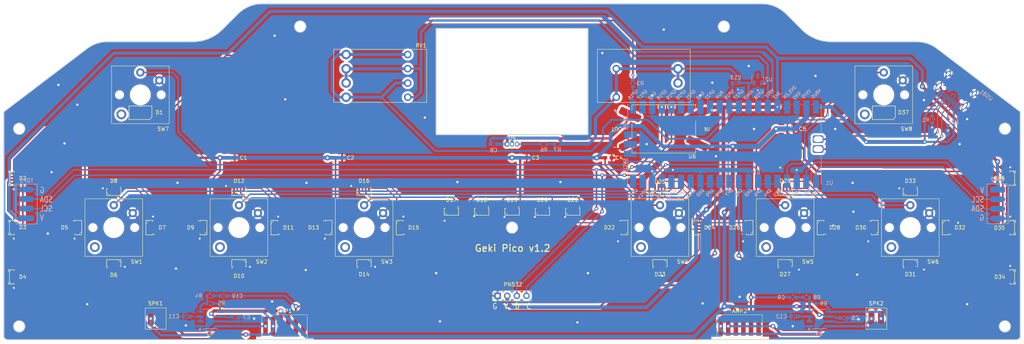
<source format=kicad_pcb>
(kicad_pcb (version 20240108) (generator "pcbnew") (generator_version "8.0")
  (title_block (title "Geki Pico Main"))
  (layers (0 "F.Cu" signal) (31 "B.Cu" signal) (34 "B.Paste" user) (35 "F.Paste" user) (36 "B.SilkS" user "B.Silkscreen") (37 "F.SilkS" user "F.Silkscreen") (38 "B.Mask" user) (39 "F.Mask" user) (44 "Edge.Cuts" user))
  (net 0 "")
  (net 1 "GND")
  (net 2 "+5V")
  (net 3 "+3V3")
  (net 4 "Net-(C10-Pad2)")
  (net 5 "Net-(U3-+IN)")
  (net 6 "Net-(D1-Out)")
  (net 7 "Net-(D1-In)")
  (net 8 "Net-(D2-Out)")
  (net 9 "Net-(D23-Out)")
  (net 10 "Net-(D24-Out)")
  (net 11 "Net-(D25-Out)")
  (net 12 "Net-(D6-Out)")
  (net 13 "Net-(D8-Out)")
  (net 14 "Net-(D10-In)")
  (net 15 "Net-(D10-Out)")
  (net 16 "Net-(D11-Out)")
  (net 17 "Net-(D12-Out)")
  (net 18 "Net-(D13-Out)")
  (net 19 "Net-(D14-Out)")
  (net 20 "Net-(D15-Out)")
  (net 21 "Net-(D16-Out)")
  (net 22 "Net-(USB1-CC1)")
  (net 23 "Net-(USB1-CC2)")
  (net 24 "Net-(U3--IN)")
  (net 25 "Net-(C9-Pad2)")
  (net 26 "Net-(U4-+IN)")
  (net 27 "Net-(U5-VOUT)")
  (net 28 "GNDREF")
  (net 29 "/K1")
  (net 30 "/K2")
  (net 31 "/K3")
  (net 32 "/K4")
  (net 33 "/K5")
  (net 34 "/K6")
  (net 35 "/K7")
  (net 36 "/K8")
  (net 37 "VREF")
  (net 38 "/SLIDE")
  (net 39 "Net-(U1-VBUS)")
  (net 42 "/SCL1")
  (net 46 "/SCL0")
  (net 51 "/SDA1")
  (net 53 "/SDA0")
  (net 56 "Net-(U1-USB1)")
  (net 57 "Net-(U1-USB2)")
  (net 58 "Net-(U4--IN)")
  (net 59 "Net-(D7-Out)")
  (net 60 "Net-(D3-Out)")
  (net 61 "Net-(D4-Out)")
  (net 62 "Net-(D5-Out)")
  (net 63 "Net-(D17-Out)")
  (net 64 "Net-(D18-Out)")
  (net 65 "Net-(D19-Out)")
  (net 66 "Net-(D20-Out)")
  (net 67 "Net-(D21-Out)")
  (net 68 "Net-(D22-Out)")
  (net 69 "Net-(D26-Out)")
  (net 70 "Net-(D27-Out)")
  (net 71 "Net-(D28-Out)")
  (net 72 "Net-(D29-Out)")
  (net 73 "Net-(D30-Out)")
  (net 74 "Net-(D31-Out)")
  (net 75 "Net-(D32-Out)")
  (net 76 "Net-(D33-Out)")
  (net 77 "Net-(D34-Out)")
  (net 78 "Net-(D35-Out)")
  (net 79 "Net-(D36-Out)")
  (net 82 "Net-(AMP1-Pin_5)")
  (net 83 "Net-(AMP1-Pin_6)")
  (net 84 "Net-(AMP2-Pin_6)")
  (net 85 "Net-(AMP2-Pin_5)")
  (net 90 "Net-(U1-GPIO16)")
  (net 91 "/AUDIO_R")
  (net 92 "/AUDIO_L")
  (net 93 "+VHALL")
  (footprint "geki_main:SW_Kailh_Choc_V1V2_1.00u_LED" (layer "F.Cu") (at 116.196 110.074)
    (property "Reference" "SW7")
    (property "Value" "SW_DIP_x01" (hide yes))
  )
  (footprint "geki_main:WS2812B-4020_UP" (layer "F.Cu") (at 198.196 139.274)
    (property "Reference" "D17")
    (property "Value" "WS2812B_Unified" (hide yes))
  )
  (footprint "geki_main:WS2812B-4020_UP" (layer "F.Cu") (at 319.196 156.074 180)
    (property "Reference" "D31")
    (property "Value" "WS2812B_Unified" (hide yes))
  )
  (footprint "geki_main:WS2812B-4020_UP" (layer "F.Cu") (at 153.196 145.074 -90)
    (property "Reference" "D11")
    (property "Value" "WS2812B_Unified" (hide yes))
  )
  (footprint "geki_main:Solder_2P" (layer "F.Cu") (at 310.196 169.074 -90)
    (property "Reference" "SPK2")
    (property "Value" "Conn_01x02" (hide yes))
  )
  (footprint "geki_main:WS2812B-4020" (layer "F.Cu") (at 82.196 145.074 90)
    (property "Reference" "D3")
    (property "Value" "WS2812B_Unified" (hide yes))
  )
  (footprint "geki_main:8002A_TAP" (layer "F.Cu") (at 274.196 171.074 -90)
    (property "Reference" "AMP2")
    (property "Value" "Conn_01x06" (hide yes))
  )
  (footprint "geki_main:WS2812B-4020_UP" (layer "F.Cu") (at 175.196 156.074 180)
    (property "Reference" "D14")
    (property "Value" "WS2812B_Unified" (hide yes))
  )
  (footprint "Capacitor_SMD:C_0603_1608Metric_Pad1.08x0.95mm_HandSolder" (layer "F.Cu") (at 287.596 119.074)
    (property "Reference" "C5")
    (property "Value" "1uF" (hide yes))
  )
  (footprint "geki_main:WS2812B-4020_UP" (layer "F.Cu") (at 275.196 145.074 90)
    (property "Reference" "D26")
    (property "Value" "WS2812B_Unified" (hide yes))
  )
  (footprint "geki_main:WS2812B-4020_UP" (layer "F.Cu") (at 330.196 145.074 -90)
    (property "Reference" "D32")
    (property "Value" "WS2812B_Unified" (hide yes))
  )
  (footprint "geki_main:RS45112A400G_RS45N1214001" (layer "F.Cu") (at 214.196 105.074)
    (property "Reference" "RV1")
    (property "Value" "R_Potentiometer_Dual" (hide yes))
  )
  (footprint "geki_main:WS2812B-4020_UP" (layer "F.Cu") (at 242.196 145.074 90)
    (property "Reference" "D22")
    (property "Value" "WS2812B_Unified" (hide yes))
  )
  (footprint "geki_main:WS2812B-2835" (layer "F.Cu") (at 312.196 114.774)
    (property "Reference" "D37")
    (property "Value" "WS2812B_Unified" (hide yes))
  )
  (footprint "geki_main:SW_Kailh_Choc_V1V2_1.00u_LED" (layer "F.Cu") (at 109.196 145.074)
    (property "Reference" "SW1")
    (property "Value" "SW_DIP_x01" (hide yes))
  )
  (footprint "geki_main:WS2812B-4020_UP" (layer "F.Cu") (at 253.196 134.074)
    (property "Reference" "D25")
    (property "Value" "WS2812B_Unified" (hide yes))
  )
  (footprint "Capacitor_SMD:C_0603_1608Metric_Pad1.08x0.95mm_HandSolder" (layer "F.Cu") (at 239.596 126.674)
    (property "Reference" "C4")
    (property "Value" "1uF" (hide yes))
  )
  (footprint "geki_main:SW_Kailh_Choc_V1V2_1.00u_LED" (layer "F.Cu") (at 142.196 145.074)
    (property "Reference" "SW2")
    (property "Value" "SW_DIP_x01" (hide yes))
  )
  (footprint "geki_main:WS2812B-4020_UP" (layer "F.Cu") (at 142.196 134.074)
    (property "Reference" "D12")
    (property "Value" "WS2812B_Unified" (hide yes))
  )
  (footprint "geki_main:WS2812B-4020" (layer "F.Cu") (at 82.196 158.074 90)
    (property "Reference" "D4")
    (property "Value" "WS2812B_Unified" (hide yes))
  )
  (footprint "geki_main:WS2812B-4020_UP" (layer "F.Cu") (at 175.196 134.074)
    (property "Reference" "D16")
    (property "Value" "WS2812B_Unified" (hide yes))
  )
  (footprint "geki_main:WS2812B-4020_UP" (layer "F.Cu") (at 308.196 145.074 90)
    (property "Reference" "D30")
    (property "Value" "WS2812B_Unified" (hide yes))
  )
  (footprint "geki_main:WS2812B-4020_UP" (layer "F.Cu") (at 120.196 145.074 -90)
    (property "Reference" "D7")
    (property "Value" "WS2812B_Unified" (hide yes))
  )
  (footprint "geki_main:WS2812B-4020" (layer "F.Cu") (at 346.196 145.074 -90)
    (property "Reference" "D35")
    (property "Value" "WS2812B_Unified" (hide yes))
  )
  (footprint "geki_main:WS2812B-4020_UP" (layer "F.Cu") (at 319.196 134.074)
    (property "Reference" "D33")
    (property "Value" "WS2812B_Unified" (hide yes))
  )
  (footprint "geki_main:WS2812B-4020_UP" (layer "F.Cu") (at 206.196 139.274)
    (property "Reference" "D18")
    (property "Value" "WS2812B_Unified" (hide yes))
  )
  (footprint "geki_main:WS2812B-4020_UP" (layer "F.Cu") (at 297.196 145.074 -90)
    (property "Reference" "D28")
    (property "Value" "WS2812B_Unified" (hide yes))
  )
  (footprint "geki_main:SS49E_Bend" (layer "F.Cu") (at 212.926 123.074)
    (property "Reference" "U5")
    (property "Value" "SS49E" (hide yes))
  )
  (footprint "Capacitor_SMD:C_0603_1608Metric_Pad1.08x0.95mm_HandSolder" (layer "F.Cu") (at 140.196 126.674)
    (property "Reference" "C1")
    (property "Value" "1uF" (hide yes))
  )
  (footprint "geki_main:WS2812B-4020_UP" (layer "F.Cu") (at 253.196 156.074 180)
    (property "Reference" "D23")
    (property "Value" "WS2812B_Unified" (hide yes))
  )
  (footprint "geki_main:WS2812B-4020" (layer "F.Cu") (at 346.196 132.074 -90)
    (property "Reference" "D36")
    (property "Value" "WS2812B_Unified" (hide yes))
  )
  (footprint "geki_main:WS2812B-4020_UP" (layer "F.Cu") (at 264.196 145.074 -90)
    (property "Reference" "D24")
    (property "Value" "WS2812B_Unified" (hide yes))
  )
  (footprint "geki_main:SW_Kailh_Choc_V1V2_1.00u_LED" (layer "F.Cu") (at 175.196 145.074)
    (property "Reference" "SW3")
    (property "Value" "SW_DIP_x01" (hide yes))
  )
  (footprint "geki_main:WS2812B-2835" (layer "F.Cu") (at 116.196 114.774)
    (property "Reference" "D1")
    (property "Value" "WS2812B_Unified" (hide yes))
  )
  (footprint "geki_main:DCDC_3to5" (layer "F.Cu") (at 254.196 119.074 180)
    (property "Reference" "U6")
    (property "Value" "DC/DC")
  )
  (footprint "geki_main:WS2812B-4020" (layer "F.Cu") (at 346.196 158.074 -90)
    (property "Reference" "D34")
    (property "Value" "WS2812B_Unified" (hide yes))
  )
  (footprint "geki_main:8002A_TAP" (layer "F.Cu") (at 154.196 171.074 -90)
    (property "Reference" "AMP1")
    (property "Value" "Conn_01x06" (hide yes))
  )
  (footprint "geki_main:WS2812B-4020_UP" (layer "F.Cu") (at 222.196 139.274)
    (property "Reference" "D20")
    (property "Value" "WS2812B_Unified" (hide yes))
  )
  (footprint "geki_main:SW_Kailh_Choc_V1V2_1.00u_LED" (layer "F.Cu") (at 253.196 145.074)
    (property "Reference" "SW4")
    (property "Value" "SW_DIP_x01" (hide yes))
  )
  (footprint "geki_main:WS2812B-4020_UP" (layer "F.Cu") (at 186.196 145.074 -90)
    (property "Reference" "D15")
    (property "Value" "WS2812B_Unified" (hide yes))
  )
  (footprint "geki_main:SW_Kailh_Choc_V1V2_1.00u_LED" (layer "F.Cu") (at 312.196 110.074)
    (property "Reference" "SW8")
    (property "Value" "SW_DIP_x01" (hide yes))
  )
  (footprint "geki_main:WS2812B-4020_UP" (layer "F.Cu") (at 109.196 156.074 180)
    (property "Reference" "D6")
    (property "Value" "WS2812B_Unified" (hide yes))
  )
  (footprint "geki_main:WS2812B-4020_UP" (layer "F.Cu") (at 131.196 145.074 90)
    (property "Reference" "D9")
    (property "Value" "WS2812B_Unified" (hide yes))
  )
  (footprint "geki_main:Solder_2P" (layer "F.Cu") (at 120.196 169.074 -90)
    (property "Reference" "SPK1")
    (property "Value" "Conn_01x02" (hide yes))
  )
  (footprint "geki_main:WS2812B-4020_UP" (layer "F.Cu") (at 286.196 134.074)
    (property "Reference" "D29")
    (property "Value" "WS2812B_Unified" (hide yes))
  )
  (footprint "geki_main:WS2812B-4020_UP" (layer "F.Cu") (at 230.196 139.274)
    (property "Reference" "D21")
    (property "Value" "WS2812B_Unified" (hide yes))
  )
  (footprint "geki_main:WS2812B-4020_UP" (layer "F.Cu") (at 286.196 156.074 180)
    (property "Reference" "D27")
    (property "Value" "WS2812B_Unified" (hide yes))
  )
  (footprint "geki_main:SW_Kailh_Choc_V1V2_1.00u_LED" (layer "F.Cu") (at 286.196 145.074)
    (property "Reference" "SW5")
    (property "Value" "SW_DIP_x01" (hide yes))
  )
  (footprint "Connector_PinHeader_2.54mm:PinHeader_1x04_P2.54mm_Vertical" (layer "F.Cu") (at 210.386 163.074 90)
    (property "Reference" "PN532")
    (property "Value" "Conn_01x04" (hide yes))
  )
  (footprint "geki_main:WS2812B-4020_UP" (layer "F.Cu") (at 98.196 145.074 90)
    (property "Reference" "D5")
    (property "Value" "WS2812B_Unified" (hide yes))
  )
  (footprint "geki_main:SW_Kailh_Choc_V1V2_1.00u_LED" (layer "F.Cu") (at 319.196 145.074)
    (property "Reference" "SW6")
    (property "Value" "SW_DIP_x01" (hide yes))
  )
  (footprint "geki_main:WS2812B-4020_UP" (layer "F.Cu") (at 142.196 156.074 180)
    (property "Reference" "D10")
    (property "Value" "WS2812B_Unified" (hide yes))
  )
  (footprint "geki_main:WS2812B-4020_UP" (layer "F.Cu") (at 109.196 134.074)
    (property "Reference" "D8")
    (property "Value" "WS2812B_Unified" (hide yes))
  )
  (footprint "geki_main:WS2812B-4020_UP" (layer "F.Cu") (at 164.196 145.074 90)
    (property "Reference" "D13")
    (property "Value" "WS2812B_Unified" (hide yes))
  )
  (footprint "Capacitor_SMD:C_0603_1608Metric_Pad1.08x0.95mm_HandSolder" (layer "F.Cu") (at 217.196 126.674)
    (property "Reference" "C3")
    (property "Value" "1uF" (hide yes))
  )
  (footprint "Capacitor_SMD:C_0603_1608Metric_Pad1.08x0.95mm_HandSolder" (layer "F.Cu") (at 168.52725 126.674)
    (property "Reference" "C2")
    (property "Value" "1uF" (hide yes))
  )
  (footprint "geki_main:WS2812B-4020_UP" (layer "F.Cu") (at 214.196 139.274)
    (property "Reference" "D19")
    (property "Value" "WS2812B_Unified" (hide yes))
  )
  (footprint "geki_main:WS2812B-4020" (layer "F.Cu") (at 82.196 132.074 90)
    (property "Reference" "D2")
    (property "Value" "WS2812B_Unified" (hide yes))
  )
  (footprint "Type-C:HRO-TYPE-C-31-M-12-Assembly" (layer "B.Cu") (at 334.196 105.074 -37.3)
    (property "Reference" "USB1")
    (property "Value" "U262-161N-4BVC11" (hide yes))
  )
  (footprint "Resistor_SMD:R_0603_1608Metric" (layer "B.Cu") (at 226.196 123.074)
    (property "Reference" "R7")
    (property "Value" "20K" (hide yes))
  )
  (footprint "Capacitor_SMD:C_0603_1608Metric_Pad1.08x0.95mm_HandSolder" (layer "B.Cu") (at 288.596 168.534)
    (property "Reference" "C12")
    (property "Value" "1uF" (hide yes))
  )
  (footprint "geki_main:Solder_4P" (layer "B.Cu") (at 86.196 142.624)
    (property "Reference" "TOF1")
    (property "Value" "Conn_01x04" (hide yes))
  )
  (footprint "Capacitor_SMD:C_0603_1608Metric_Pad1.08x0.95mm_HandSolder" (layer "B.Cu") (at 273.196 106.949 180)
    (property "Reference" "C13")
    (property "Value" "1nF" (hide yes))
  )
  (footprint "Resistor_SMD:R_0603_1608Metric" (layer "B.Cu") (at 291.796 163.474)
    (property "Reference" "R8")
    (property "Value" "10K" (hide yes))
  )
  (footprint "Package_TO_SOT_SMD:SOT-23" (layer "B.Cu") (at 278.996 106.0115 90)
    (property "Reference" "U2")
    (property "Value" "LM4040DBZ-3" (hide yes))
  )
  (footprint "Capacitor_SMD:C_0603_1608Metric_Pad1.08x0.95mm_HandSolder" (layer "B.Cu") (at 301.596 168.874)
    (property "Reference" "C6")
    (property "Value" "1uF" (hide yes))
  )
  (footprint "Resistor_SMD:R_0603_1608Metric" (layer "B.Cu") (at 324.946 116.574 -90)
    (property "Reference" "R1")
    (property "Value" "5K1" (hide yes))
  )
  (footprint "Resistor_SMD:R_0603_1608Metric" (layer "B.Cu") (at 222.596 123.074)
    (property "Reference" "R6")
    (property "Value" "10K" (hide yes))
  )
  (footprint "Resistor_SMD:R_0603_1608Metric" (layer "B.Cu") (at 246.066 107.074 -90)
    (property "Reference" "R3")
    (property "Value" "10" (hide yes))
  )
  (footprint "Capacitor_SMD:C_0603_1608Metric_Pad1.08x0.95mm_HandSolder" (layer "B.Cu") (at 288.196 163.474)
    (property "Reference" "C9")
    (property "Value" "0.1uF" (hide yes))
  )
  (footprint "Resistor_SMD:R_0603_1608Metric" (layer "B.Cu") (at 293.446 165.074)
    (property "Reference" "R9")
    (property "Value" "20K" (hide yes))
  )
  (footprint "Capacitor_SMD:C_0603_1608Metric_Pad1.08x0.95mm_HandSolder" (layer "B.Cu") (at 141.196 168.674)
    (property "Reference" "C7")
    (property "Value" "1uF" (hide yes))
  )
  (footprint "Capacitor_SMD:C_0603_1608Metric_Pad1.08x0.95mm_HandSolder" (layer "B.Cu") (at 138.196 163.074 180)
    (property "Reference" "C10")
    (property "Value" "0.1uF" (hide yes))
  )
  (footprint "Resistor_SMD:R_0603_1608Metric" (layer "B.Cu") (at 329.096 117.274 -90)
    (property "Reference" "R2")
    (property "Value" "5K1" (hide yes))
  )
  (footprint "Package_SO:SO-8_3.9x4.9mm_P1.27mm" (layer "B.Cu") (at 134.596 169.169)
    (property "Reference" "U3")
    (property "Value" "8002A" (hide yes))
  )
  (footprint "Resistor_SMD:R_0603_1608Metric" (layer "B.Cu") (at 134.596 163.074 180)
    (property "Reference" "R4")
    (property "Value" "10K" (hide yes))
  )
  (footprint "Package_SO:SO-8_3.9x4.9mm_P1.27mm" (layer "B.Cu") (at 295.196 169.169)
    (property "Reference" "U4")
    (property "Value" "8002A" (hide yes))
  )
  (footprint "geki_main:RPi_Pico_SMD_Pins" (layer "B.Cu") (at 270.196 123.074 90)
    (property "Reference" "U1")
    (property "Value" "PiPico" (hide yes))
  )
  (footprint "Capacitor_SMD:C_0603_1608Metric_Pad1.08x0.95mm_HandSolder" (layer "B.Cu") (at 209.396 123.074 180)
    (property "Reference" "C8")
    (property "Value" "1uF" (hide yes))
  )
  (footprint "geki_main:Solder_4P" (layer "B.Cu") (at 342.196 135.074 180)
    (property "Reference" "TOF2")
    (property "Value" "Conn_01x04" (hide yes))
  )
  (footprint "Resistor_SMD:R_0603_1608Metric" (layer "B.Cu") (at 134.596 165.074)
    (property "Reference" "R5")
    (property "Value" "20K" (hide yes))
  )
  (footprint "Capacitor_SMD:C_0603_1608Metric_Pad1.08x0.95mm_HandSolder" (layer "B.Cu") (at 128.396 168.534)
    (property "Reference" "C11")
    (property "Value" "1uF" (hide yes))
  )
  (gr_circle (center 84.253127 119.022762) (end 85.753127 119.022762) (stroke (width 0.2)) (fill none) (layer "Edge.Cuts"))
  (gr_line (start 234.196 120.574) (end 234.196 92.574) (stroke (width 0.2)) (layer "Edge.Cuts"))
  (gr_arc (start 320.8271 96.074) (mid 323.688745 96.541032) (end 326.253414 97.89366) (stroke (width 0.2)) (layer "Edge.Cuts"))
  (gr_line (start 234.196 120.574) (end 194.196 120.574) (stroke (width 0.2)) (layer "Edge.Cuts"))
  (gr_line (start 320.8271 96.074) (end 298.3381 96.074) (stroke (width 0.2)) (layer "Edge.Cuts"))
  (gr_line (start 141.974176 88.710038) (end 137.832039 92.852175) (stroke (width 0.2)) (layer "Edge.Cuts"))
  (gr_line (start 234.196 92.574) (end 194.196 92.574) (stroke (width 0.2)) (layer "Edge.Cuts"))
  (gr_line (start 80.196 114.570025) (end 80.196 174.070744) (stroke (width 0.2)) (layer "Edge.Cuts"))
  (gr_circle (center 344.138873 171.125238) (end 345.638873 171.125238) (stroke (width 0.2)) (fill none) (layer "Edge.Cuts"))
  (gr_line (start 280.0539 86.074) (end 214.196 86.074) (stroke (width 0.2)) (layer "Edge.Cuts"))
  (gr_line (start 290.559961 92.852175) (end 286.417825 88.710039) (stroke (width 0.2)) (layer "Edge.Cuts"))
  (gr_circle (center 270.053864 92.074) (end 271.553864 92.074) (stroke (width 0.2)) (fill none) (layer "Edge.Cuts"))
  (gr_arc (start 280.0539 86.074) (mid 283.498028 86.759091) (end 286.417825 88.710039) (stroke (width 0.2)) (layer "Edge.Cuts"))
  (gr_circle (center 84.253127 171.125238) (end 85.753127 171.125238) (stroke (width 0.2)) (fill none) (layer "Edge.Cuts"))
  (gr_line (start 102.119008 97.908539) (end 80.196 114.570025) (stroke (width 0.2)) (layer "Edge.Cuts"))
  (gr_line (start 214.196 86.074) (end 148.338135 86.074) (stroke (width 0.2)) (layer "Edge.Cuts"))
  (gr_line (start 194.196 120.574) (end 194.196 92.574) (stroke (width 0.2)) (layer "Edge.Cuts"))
  (gr_line (start 348.196 174.070744) (end 348.196 114.570025) (stroke (width 0.2)) (layer "Edge.Cuts"))
  (gr_line (start 348.196 114.570025) (end 326.253414 97.89366) (stroke (width 0.2)) (layer "Edge.Cuts"))
  (gr_circle (center 158.338136 92.074) (end 159.838136 92.074) (stroke (width 0.2)) (fill none) (layer "Edge.Cuts"))
  (gr_arc (start 137.832039 92.852175) (mid 134.263381 95.236675) (end 130.053863 96.074) (stroke (width 0.2)) (layer "Edge.Cuts"))
  (gr_arc (start 298.3381 96.074) (mid 294.128605 95.236668) (end 290.559961 92.852175) (stroke (width 0.2)) (layer "Edge.Cuts"))
  (gr_line (start 80.196 174.070744) (end 80.925598 174.625238) (stroke (width 0.2)) (layer "Edge.Cuts"))
  (gr_line (start 347.466402 174.625238) (end 348.196 174.070744) (stroke (width 0.2)) (layer "Edge.Cuts"))
  (gr_arc (start 102.119008 97.908539) (mid 104.691529 96.544957) (end 107.564754 96.074) (stroke (width 0.2)) (layer "Edge.Cuts"))
  (gr_arc (start 141.974176 88.710038) (mid 144.893985 86.759084) (end 148.338135 86.074) (stroke (width 0.2)) (layer "Edge.Cuts"))
  (gr_line (start 80.925598 174.625238) (end 347.466402 174.625238) (stroke (width 0.2)) (layer "Edge.Cuts"))
  (gr_circle (center 214.196 145.074) (end 215.696 145.074) (stroke (width 0.2)) (fill none) (layer "Edge.Cuts"))
  (gr_circle (center 344.138873 119.022762) (end 345.638873 119.022762) (stroke (width 0.2)) (fill none) (layer "Edge.Cuts"))
  (gr_line (start 130.053863 96.074) (end 107.564754 96.074) (stroke (width 0.2)) (layer "Edge.Cuts"))
  (gr_text "V\nSCL\nSDA\nG" (at 338.796 138.874 0) (layer "B.SilkS") (effects (font (size 1.5 1.2) (thickness 0.2) (bold yes)) (justify left mirror)))
  (gr_text "G\nSDA\nSCL\nV" (at 89.596 138.874 0) (layer "B.SilkS") (effects (font (size 1.5 1.2) (thickness 0.2) (bold yes)) (justify right mirror)))
  (gr_text "G  V  D  C" (at 208.946 165.824 0) (layer "F.SilkS") (effects (font (size 1.5 1.2) (thickness 0.2) (bold yes)) (justify left)))
  (gr_text "Geki Pico v1.2" (at 204.196 151.574 0) (layer "F.SilkS") (effects (font (size 1.8 1.8) (thickness 0.3) (bold yes)) (justify left bottom)))
  (segment (start 131.846 147.974) (end 131.846 146.349) (width 0.4) (layer "F.Cu") (net 1))
  (segment (start 155.196 166.074) (end 155.196 171.074) (width 1) (layer "F.Cu") (net 1))
  (segment (start 228.921 141.549) (end 228.921 139.924) (width 0.4) (layer "F.Cu") (net 1))
  (segment (start 256.596 129.874) (end 255.396 129.874) (width 0.4) (layer "F.Cu") (net 1))
  (segment (start 139.446 134.724) (end 140.921 134.724) (width 0.4) (layer "F.Cu") (net 1))
  (segment (start 82.846 160.974) (end 82.846 159.349) (width 0.4) (layer "F.Cu") (net 1))
  (segment (start 82.846 147.974) (end 82.846 146.349) (width 0.4) (layer "F.Cu") (net 1))
  (segment (start 164.846 147.974) (end 164.846 146.349) (width 0.4) (layer "F.Cu") (net 1))
  (segment (start 298.896 144.524) (end 298.171 143.799) (width 0.4) (layer "F.Cu") (net 1))
  (segment (start 275.196 164.324) (end 275.196 171.074) (width 1) (layer "F.Cu") (net 1))
  (segment (start 274.196 163.324) (end 275.196 164.324) (width 1) (layer "F.Cu") (net 1))
  (segment (start 298.171 143.799) (end 296.546 143.799) (width 0.4) (layer "F.Cu") (net 1))
  (segment (start 220.921 141.549) (end 220.921 139.924) (width 0.4) (layer "F.Cu") (net 1))
  (segment (start 152.546 142.174) (end 152.546 143.799) (width 0.4) (layer "F.Cu") (net 1))
  (segment (start 289.096 155.424) (end 287.471 155.424) (width 0.4) (layer "F.Cu") (net 1))
  (segment (start 289.821 156.149) (end 289.096 155.424) (width 0.4) (layer "F.Cu") (net 1))
  (segment (start 265.896 144.874) (end 264.821 143.799) (width 0.4) (layer "F.Cu") (net 1))
  (segment (start 228.196 142.274) (end 228.921 141.549) (width 0.4) (layer "F.Cu") (net 1))
  (segment (start 322.821 156.149) (end 322.096 155.424) (width 0.4) (layer "F.Cu") (net 1))
  (segment (start 316.296 134.724) (end 317.921 134.724) (width 0.4) (layer "F.Cu") (net 1))
  (segment (start 254.471 157.049) (end 254.471 155.424) (width 0.4) (layer "F.Cu") (net 1))
  (segment (start 322.096 155.424) (end 320.471 155.424) (width 0.4) (layer "F.Cu") (net 1))
  (segment (start 112.096 155.424) (end 110.471 155.424) (width 0.4) (layer "F.Cu") (net 1))
  (segment (start 331.796 143.799) (end 329.546 143.799) (width 0.4) (layer "F.Cu") (net 1))
  (segment (start 242.121 148.699) (end 242.846 147.974) (width 0.4) (layer "F.Cu") (net 1))
  (segment (start 308.121 148.699) (end 308.846 147.974) (width 0.4) (layer "F.Cu") (net 1))
  (segment (start 275.846 147.974) (end 275.846 146.349) (width 0.4) (layer "F.Cu") (net 1))
  (segment (start 251.921 133.349) (end 251.921 134.724) (width 0.4) (layer "F.Cu") (net 1))
  (segment (start 196.396 143.274) (end 196.921 142.749) (width 0.4) (layer "F.Cu") (net 1))
  (segment (start 178.096 155.424) (end 176.471 155.424) (width 0.4) (layer "F.Cu") (net 1))
  (segment (start 98.846 147.974) (end 98.846 146.349) (width 0.4) (layer "F.Cu") (net 1))
  (segment (start 204.921 141.349) (end 204.921 139.924) (width 0.4) (layer "F.Cu") (net 1))
  (segment (start 242.846 147.974) (end 242.846 146.349) (width 0.4) (layer "F.Cu") (net 1))
  (segment (start 150.946 164.574) (end 153.696 164.574) (width 1) (layer "F.Cu") (net 1))
  (segment (start 212.196 142.274) (end 212.921 141.549) (width 0.4) (layer "F.Cu") (net 1))
  (segment (start 255.396 129.874) (end 251.921 133.349) (width 0.4) (layer "F.Cu") (net 1))
  (segment (start 345.546 155.174) (end 345.546 156.799) (width 0.4) (layer "F.Cu") (net 1))
  (segment (start 220.196 142.274) (end 220.921 141.549) (width 0.4) (layer "F.Cu") (net 1))
  (segment (start 185.546 142.174) (end 185.546 143.799) (width 0.4) (layer "F.Cu") (net 1))
  (segment (start 171.796 134.074) (end 172.446 134.724) (width 0.4) (layer "F.Cu") (net 1))
  (segment (start 264.821 143.799) (end 263.546 143.799) (width 0.4) (layer "F.Cu") (net 1))
  (segment (start 284.921 129.274) (end 284.921 134.724) (width 0.4) (layer "F.Cu") (net 1))
  (segment (start 212.921 141.549) (end 212.921 139.924) (width 0.4) (layer "F.Cu") (net 1))
  (segment (start 308.846 147.974) (end 308.846 146.349) (width 0.4) (layer "F.Cu") (net 1))
  (segment (start 138.796 134.074) (end 139.446 134.724) (width 0.4) (layer "F.Cu") (net 1))
  (segment (start 275.121 148.699) (end 275.846 147.974) (width 0.4) (layer "F.Cu") (net 1))
  (segment (start 196.921 142.749) (end 196.921 139.924) (width 0.4) (layer "F.Cu") (net 1))
  (segment (start 204.196 142.074) (end 204.921 141.349) (width 0.4) (layer "F.Cu") (net 1))
  (segment (start 253.746 157.774) (end 254.471 157.049) (width 0.4) (layer "F.Cu") (net 1))
  (segment (start 145.096 155.424) (end 143.471 155.424) (width 0.4) (layer "F.Cu") (net 1))
  (segment (start 106.296 134.724) (end 107.921 134.724) (width 0.4) (layer "F.Cu") (net 1))
  (segment (start 172.446 134.724) (end 173.921 134.724) (width 0.4) (layer "F.Cu") (net 1))
  (segment (start 345.546 129.174) (end 345.546 130.799) (width 0.4) (layer "F.Cu") (net 1))
  (segment (start 119.546 142.174) (end 119.546 143.799) (width 0.4) (layer "F.Cu") (net 1))
  (segment (start 153.696 164.574) (end 155.196 166.074) (width 1) (layer "F.Cu") (net 1))
  (segment (start 345.546 142.174) (end 345.546 143.799) (width 0.4) (layer "F.Cu") (net 1))
  (segment (start 82.846 134.974) (end 82.846 133.349) (width 0.4) (layer "F.Cu") (net 1))
  (via (at 303.996 133.274) (size 1.2) (drill 0.6) (layers "F.Cu" "B.Cu") (net 1))
  (via (at 249.696 123.074) (size 1.2) (drill 0.6) (layers "F.Cu" "B.Cu") (net 1))
  (via (at 92.796 130.474) (size 1.2) (drill 0.6) (layers "F.Cu" "B.Cu") (net 1))
  (via (at 231.446 170.074) (size 1.2) (drill 0.6) (layers "F.Cu" "B.Cu") (net 1))
  (via (at 164.846 147.974) (size 1) (drill 0.5) (layers "F.Cu" "B.Cu") (net 1))
  (via (at 331.796 143.799) (size 1) (drill 0.5) (layers "F.Cu" "B.Cu") (net 1))
  (via (at 345.546 155.174) (size 1) (drill 0.5) (layers "F.Cu" "B.Cu") (net 1))
  (via (at 154.396 111.274) (size 1.2) (drill 0.6) (layers "F.Cu" "B.Cu") (net 1))
  (via (at 334.196 165.274) (size 1.2) (drill 0.6) (layers "F.Cu" "B.Cu") (net 1))
  (via (at 220.196 142.274) (size 1) (drill 0.5) (layers "F.Cu" "B.Cu") (net 1))
  (via (at 171.796 134.074) (size 1) (drill 0.5) (layers "F.Cu" "B.Cu") (net 1))
  (via (at 334.196 116.474) (size 1.2) (drill 0.6) (layers "F.Cu" "B.Cu") (net 1))
  (via (at 266.996 106.874) (size 1.2) (drill 0.6) (layers "F.Cu" "B.Cu") (net 1))
  (via (at 304.196 140.874) (size 1.2) (drill 0.6) (layers "F.Cu" "B.Cu") (net 1))
  (via (at 254.196 92.874) (size 1.2) (drill 0.6) (layers "F.Cu" "B.Cu") (net 1))
  (via (at 316.296 134.724) (size 1) (drill 0.5) (layers "F.Cu" "B.Cu") (net 1))
  (via (at 345.546 129.174) (size 1) (drill 0.5) (layers "F.Cu" "B.Cu") (net 1))
  (via (at 265.896 144.874) (size 1) (drill 0.5) (layers "F.Cu" "B.Cu") (net 1))
  (via (at 185.546 142.174) (size 1) (drill 0.5) (layers "F.Cu" "B.Cu") (net 1))
  (via (at 112.096 155.424) (size 1) (drill 0.5) (layers "F.Cu" "B.Cu") (net 1))
  (via (at 308.121 148.699) (size 1) (drill 0.5) (layers "F.Cu" "B.Cu") (net 1))
  (via (at 253.746 157.774) (size 1) (drill 0.5) (layers "F.Cu" "B.Cu") (net 1))
  (via (at 305.596 169.274) (size 1.2) (drill 0.6) (layers "F.Cu" "B.Cu") (net 1))
  (via (at 82.846 134.974) (size 1) (drill 0.5) (layers "F.Cu" "B.Cu") (net 1))
  (via (at 228.196 142.274) (size 1) (drill 0.5) (layers "F.Cu" "B.Cu") (net 1))
  (via (at 82.846 147.974) (size 1) (drill 0.5) (layers "F.Cu" "B.Cu") (net 1))
  (via (at 294.196 105.074) (size 1.2) (drill 0.6) (layers "F.Cu" "B.Cu") (net 1))
  (via (at 267.946 126.274) (size 1.2) (drill 0.6) (layers "F.Cu" "B.Cu") (net 1))
  (via (at 131.846 147.974) (size 1) (drill 0.5) (layers "F.Cu" "B.Cu") (net 1))
  (via (at 99.596 112.674) (size 1.2) (drill 0.6) (layers "F.Cu" "B.Cu") (net 1))
  (via (at 128.196 170.874) (size 1.2) (drill 0.6) (layers "F.Cu" "B.Cu") (net 1))
  (via (at 226.946 133.074) (size 1.2) (drill 0.6) (layers "F.Cu" "B.Cu") (net 1))
  (via (at 146.196 169.074) (size 1.2) (drill 0.6) (layers "F.Cu" "B.Cu") (net 1))
  (via (at 289.246 129.874) (size 1) (drill 0.5) (layers "F.Cu" "B.Cu") (net 1))
  (via (at 191.196 116.074) (size 1.2) (drill 0.6) (layers "F.Cu" "B.Cu") (net 1))
  (via (at 284.921 129.274) (size 1) (drill 0.5) (layers "F.Cu" "B.Cu") (net 1))
  (via (at 195.196 169.824) (size 1.2) (drill 0.6) (layers "F.Cu" "B.Cu") (net 1))
  (via (at 196.396 143.274) (size 1) (drill 0.5) (layers "F.Cu" "B.Cu") (net 1))
  (via (at 242.121 148.699) (size 1) (drill 0.5) (layers "F.Cu" "B.Cu") (net 1))
  (via (at 289.821 156.149) (size 1) (drill 0.5) (layers "F.Cu" "B.Cu") (net 1))
  (via (at 322.796 111.474) (size 1.2) (drill 0.6) (layers "F.Cu" "B.Cu") (net 1))
  (via (at 212.196 142.274) (size 1) (drill 0.5) (layers "F.Cu" "B.Cu") (net 1))
  (via (at 273.796 108.674) (size 0.8) (drill 0.4) (layers "F.Cu" "B.Cu") (net 1))
  (via (at 159.796 156.274) (size 1.2) (drill 0.6) (layers "F.Cu" "B.Cu") (net 1))
  (via (at 145.096 155.424) (size 1) (drill 0.5) (layers "F.Cu" "B.Cu") (net 1))
  (via (at 119.546 142.174) (size 1) (drill 0.5) (layers "F.Cu" "B.Cu") (net 1))
  (via (at 125.596 155.874) (size 1.2) (drill 0.6) (layers "F.Cu" "B.Cu") (net 1))
  (via (at 204.196 142.074) (size 1) (drill 0.5) (layers "F.Cu" "B.Cu") (net 1))
  (via (at 263.846 110.274) (size 1) (drill 0.5) (layers "F.Cu" "B.Cu") (net 1))
  (via (at 102.196 165.274) (size 1.2) (drill 0.6) (layers "F.Cu" "B.Cu") (net 1))
  (via (at 305.196 157.474) (size 1.2) (drill 0.6) (layers "F.Cu" "B.Cu") (net 1))
  (via (at 251.146 130.224) (size 1) (drill 0.5) (layers "F.Cu" "B.Cu") (net 1))
  (via (at 91.796 146.674) (size 1.2) (drill 0.6) (layers "F.Cu" "B.Cu") (net 1))
  (via (at 275.121 148.699) (size 1) (drill 0.5) (layers "F.Cu" "B.Cu") (net 1))
  (via (at 199.796 133.074) (size 1.2) (drill 0.6) (layers "F.Cu" "B.Cu") (net 1))
  (via (at 276.596 102.474) (size 1.2) (drill 0.6) (layers "F.Cu" "B.Cu") (net 1))
  (via (at 94.596 107.474) (size 1.2) (drill 0.6) (layers "F.Cu" "B.Cu") (net 1))
  (via (at 152.546 142.174) (size 1) (drill 0.5) (layers "F.Cu" "B.Cu") (net 1))
  (via (at 125.996 133.274) (size 1.2) (drill 0.6) (layers "F.Cu" "B.Cu") (net 1))
  (via (at 264.446 165.074) (size 1.2) (drill 0.6) (layers "F.Cu" "B.Cu") (net 1))
  (via (at 256.596 129.874) (size 1) (drill 0.5) (layers "F.Cu" "B.Cu") (net 1))
  (via (at 277.996 119.074) (size 1.2) (drill 0.6) (layers "F.Cu" "B.Cu") (net 1))
  (via (at 237.996 99.074) (size 1.2) (drill 0.6) (layers "F.Cu" "B.Cu") (net 1))
  (via (at 299.396 119.074) (size 1.2) (drill 0.6) (layers "F.Cu" "B.Cu") (net 1))
  (via (at 345.546 142.174) (size 1) (drill 0.5) (layers "F.Cu" "B.Cu") (net 1))
  (via (at 178.096 155.424) (size 1) (drill 0.5) (layers "F.Cu" "B.Cu") (net 1))
  (via (at 298.896 144.524) (size 1) (drill 0.5) (layers "F.Cu" "B.Cu") (net 1))
  (via (at 278.996 108.874) (size 0.8) (drill 0.4) (layers "F.Cu" "B.Cu") (net 1))
  (via (at 96.196 122.874) (size 1.2) (drill 0.6) (layers "F.Cu" "B.Cu") (net 1))
  (via (at 251.146 110.274) (size 1) (drill 0.5) (layers "F.Cu" "B.Cu") (net 1))
  (via (at 234.196 157.074) (size 1.2) (drill 0.6) (layers "F.Cu" "B.Cu") (net 1))
  (via (at 332.196 123.074) (size 1.2) (drill 0.6) (layers "F.Cu" "B.Cu") (net 1))
  (via (at 194.196 157.074) (size 1.2) (drill 0.6) (layers "F.Cu" "B.Cu") (net 1))
  (via (at 324.946 118.674) (size 1) (drill 0.5) (layers "F.Cu" "B.Cu") (net 1))
  (via (at 98.846 147.974) (size 1) (drill 0.5) (layers "F.Cu" "B.Cu") (net 1))
  (via (at 82.846 160.974) (size 1) (drill 0.5) (layers "F.Cu" "B.Cu") (net 1))
  (via (at 138.796 134.074) (size 1) (drill 0.5) (layers "F.Cu" "B.Cu") (net 1))
  (via (at 106.296 134.724) (size 1) (drill 0.5) (layers "F.Cu" "B.Cu") (net 1))
  (via (at 288.196 171.074) (size 1.2) (drill 0.6) (layers "F.Cu" "B.Cu") (net 1))
  (via (at 151.596 94.474) (size 1.2) (drill 0.6) (layers "F.Cu" "B.Cu") (net 1))
  (via (at 150.946 164.574) (size 1.2) (drill 0.6) (layers "F.Cu" "B.Cu") (net 1))
  (via (at 322.821 156.149) (size 1) (drill 0.5) (layers "F.Cu" "B.Cu") (net 1))
  (via (at 274.196 163.324) (size 1.2) (drill 0.6) (layers "F.Cu" "B.Cu") (net 1))
  (via (at 329.096 119.474) (size 1) (drill 0.5) (layers "F.Cu" "B.Cu") (net 1))
  (via (at 159.996 133.274) (size 1.2) (drill 0.6) (layers "F.Cu" "B.Cu") (net 1))
  (segment (start 146.196 169.074) (end 144.996 169.074) (width 0.8) (layer "B.Cu") (net 1))
  (segment (start 292.621 171.074) (end 293.996 171.074) (width 0.4) (layer "B.Cu") (net 1))
  (segment (start 134.866 169.804) (end 137.171 169.804) (width 0.4) (layer "B.Cu") (net 1))
  (segment (start 331.537971 113.887012) (end 332.098321 113.149481) (width 0.55) (layer "B.Cu") (net 1))
  (segment (start 302.4585 169.6115) (end 302.4585 168.874) (width 0.4) (layer "B.Cu") (net 1))
  (segment (start 144.596 168.674) (end 142.0585 168.674) (width 0.8) (layer "B.Cu") (net 1))
  (segment (start 322.796 111.474) (end 323.984684 110.285316) (width 0.55) (layer "B.Cu") (net 1))
  (segment (start 329.096 119.474) (end 329.096 118.099) (width 0.4) (layer "B.Cu") (net 1))
  (segment (start 334.196 116.474) (end 332.996 116.474) (width 0.55) (layer "B.Cu") (net 1))
  (segment (start 297.771 169.804) (end 299.126 169.804) (width 0.4) (layer "B.Cu") (net 1))
  (segment (start 137.171 169.804) (end 141.666 169.804) (width 0.5) (layer "B.Cu") (net 1))
  (segment (start 141.666 169.804) (end 142.0585 169.4115) (width 0.5) (layer "B.Cu") (net 1))
  (segment (start 304.196 168.874) (end 302.4585 168.874) (width 0.8) (layer "B.Cu") (net 1))
  (segment (start 144.996 169.074) (end 144.596 168.674) (width 0.8) (layer "B.Cu") (net 1))
  (segment (start 305.596 169.274) (end 304.596 169.274) (width 0.8) (layer "B.Cu") (net 1))
  (segment (start 263.846 110.274) (end 263.846 113.274) (width 0.8) (layer "B.Cu") (net 1))
  (segment (start 301.996 170.074) (end 302.4585 169.6115) (width 0.4) (layer "B.Cu") (net 1))
  (segment (start 293.996 171.074) (end 295.266 169.804) (width 0.4) (layer "B.Cu") (net 1))
  (segment (start 299.126 169.804) (end 299.396 170.074) (width 0.4) (layer "B.Cu") (net 1))
  (segment (start 133.596 171.074) (end 134.866 169.804) (width 0.4) (layer "B.Cu") (net 1))
  (segment (start 324.946 118.674) (end 324.946 117.399) (width 0.4) (layer "B.Cu") (net 1))
  (segment (start 251.146 110.274) (end 251.146 113.274) (width 0.8) (layer "B.Cu") (net 1))
  (segment (start 142.0585 169.4115) (end 142.0585 168.674) (width 0.5) (layer "B.Cu") (net 1))
  (segment (start 331.537971 114.941704) (end 331.537971 113.887012) (width 0.55) (layer "B.Cu") (net 1))
  (segment (start 289.246 129.874) (end 289.246 132.874) (width 0.8) (layer "B.Cu") (net 1))
  (segment (start 323.984684 110.285316) (end 326.172754 110.285316) (width 0.55) (layer "B.Cu") (net 1))
  (segment (start 132.021 171.074) (end 133.596 171.074) (width 0.4) (layer "B.Cu") (net 1))
  (segment (start 326.172754 110.285316) (end 326.967517 109.240856) (width 0.55) (layer "B.Cu") (net 1))
  (segment (start 304.596 169.274) (end 304.196 168.874) (width 0.8) (layer "B.Cu") (net 1))
  (segment (start 299.396 170.074) (end 301.996 170.074) (width 0.4) (layer "B.Cu") (net 1))
  (segment (start 251.146 130.224) (end 251.146 132.874) (width 0.8) (layer "B.Cu") (net 1))
  (segment (start 295.266 169.804) (end 297.771 169.804) (width 0.4) (layer "B.Cu") (net 1))
  (segment (start 332.996 116.474) (end 331.537971 114.941704) (width 0.55) (layer "B.Cu") (net 1))
  (segment (start 291.196 124.474) (end 291.196 126.874) (width 0.6) (layer "F.Cu") (net 2))
  (segment (start 319.621 134.724) (end 319.621 135.899) (width 0.3) (layer "F.Cu") (net 2))
  (segment (start 308.846 144.649) (end 311.596 144.649) (width 0.3) (layer "F.Cu") (net 2))
  (segment (start 134.571 144.649) (end 131.846 144.649) (width 0.3) (layer "F.Cu") (net 2))
  (segment (start 326.796 151.274) (end 326.796 145.499) (width 0.4) (layer "F.Cu") (net 2))
  (segment (start 308.996 113.874) (end 310.596 113.874) (width 0.3) (layer "F.Cu") (net 2))
  (segment (start 238.7335 128.6115) (end 245.596 135.474) (width 0.4) (layer "F.Cu") (net 2))
  (segment (start 135.596 167.074) (end 134.896 167.774) (width 0.8) (layer "F.Cu") (net 2))
  (segment (start 223.996 141.474) (end 223.196 141.474) (width 0.3) (layer "F.Cu") (net 2))
  (segment (start 149.796 138.674) (end 149.796 145.499) (width 0.3) (layer "F.Cu") (net 2))
  (segment (start 214.621 139.924) (end 214.621 140.899) (width 0.3) (layer "F.Cu") (net 2))
  (segment (start 245.596 144.649) (end 242.846 144.649) (width 0.3) (layer "F.Cu") (net 2))
  (segment (start 312.596 152.474) (end 325.596 152.474) (width 0.4) (layer "F.Cu") (net 2))
  (segment (start 224.796 140.674) (end 224.796 136.874) (width 0.3) (layer "F.Cu") (net 2))
  (segment (start 293.796 138.674) (end 292.596 137.474) (width 0.3) (layer "F.Cu") (net 2))
  (segment (start 85.221 131.649) (end 82.846 131.649) (width 0.4) (layer "F.Cu") (net 2))
  (segment (start 206.621 140.899) (end 206.621 139.924) (width 0.3) (layer "F.Cu") (net 2))
  (segment (start 286.7335 117.9365) (end 287.996 116.674) (width 0.3) (layer "F.Cu") (net 2))
  (segment (start 101.571 144.649) (end 98.846 144.649) (width 0.3) (layer "F.Cu") (net 2))
  (segment (start 181.596 137.474) (end 182.796 138.674) (width 0.3) (layer "F.Cu") (net 2))
  (segment (start 141.771 155.424) (end 141.771 152.474) (width 0.3) (layer "F.Cu") (net 2))
  (segment (start 175.621 135.899) (end 177.196 137.474) (width 0.3) (layer "F.Cu") (net 2))
  (segment (start 101.596 126.674) (end 90.196 126.674) (width 0.4) (layer "F.Cu") (net 2))
  (segment (start 224.796 136.874) (end 212.596 136.874) (width 0.4) (layer "F.Cu") (net 2))
  (segment (start 231.196 136.874) (end 224.796 136.874) (width 0.3) (layer "F.Cu") (net 2))
  (segment (start 287.996 116.674) (end 301.196 116.674) (width 0.3) (layer "F.Cu") (net 2))
  (segment (start 85.221 144.674) (end 85.221 157.049) (width 0.4) (layer "F.Cu") (net 2))
  (segment (start 144.196 137.474) (end 148.596 137.474) (width 0.3) (layer "F.Cu") (net 2))
  (segment (start 135.596 152.474) (end 148.596 152.474) (width 0.4) (layer "F.Cu") (net 2))
  (segment (start 134.596 144.624) (end 134.571 144.649) (width 0.4) (layer "F.Cu") (net 2))
  (segment (start 286.621 135.899) (end 286.621 134.724) (width 0.3) (layer "F.Cu") (net 2))
  (segment (start 109.621 135.899) (end 111.196 137.474) (width 0.3) (layer "F.Cu") (net 2))
  (segment (start 338.821 132.499) (end 336.596 130.274) (width 0.4) (layer "F.Cu") (net 2))
  (segment (start 85.221 131.649) (end 85.221 144.674) (width 0.4) (layer "F.Cu") (net 2))
  (segment (start 231.196 136.874) (end 232.796 138.474) (width 0.3) (layer "F.Cu") (net 2))
  (segment (start 345.546 132.499) (end 343.596 132.499) (width 0.3) (layer "F.Cu") (net 2))
  (segment (start 325.596 137.474) (end 326.796 138.674) (width 0.3) (layer "F.Cu") (net 2))
  (segment (start 214.12725 126.674) (end 216.3335 126.674) (width 0.8) (layer "F.Cu") (net 2))
  (segment (start 279.596 152.474) (end 292.596 152.474) (width 0.4) (layer "F.Cu") (net 2))
  (segment (start 215.196 141.474) (end 215.996 141.474) (width 0.3) (layer "F.Cu") (net 2))
  (segment (start 260.796 138.674) (end 260.796 145.499) (width 0.3) (layer "F.Cu") (net 2))
  (segment (start 181.596 152.474) (end 168.596 152.474) (width 0.4) (layer "F.Cu") (net 2))
  (segment (start 216.3335 126.674) (end 216.3335 136.874) (width 0.6) (layer "F.Cu") (net 2))
  (segment (start 294.596 130.274) (end 311.596 130.274) (width 0.6) (layer "F.Cu") (net 2))
  (segment (start 311.596 151.474) (end 312.596 152.474) (width 0.4) (layer "F.Cu") (net 2))
  (segment (start 101.596 144.674) (end 101.571 144.649) (width 0.3) (layer "F.Cu") (net 2))
  (segment (start 165.52725 126.674) (end 167.66475 126.674) (width 0.8) (layer "F.Cu") (net 2))
  (segment (start 272.396 123.674) (end 272.396 138.874) (width 1) (layer "F.Cu") (net 2))
  (segment (start 270.196 165.874) (end 271.796 165.874) (width 1) (layer "F.Cu") (net 2))
  (segment (start 259.596 137.474) (end 260.796 138.674) (width 0.3) (layer "F.Cu") (net 2))
  (segment (start 149.796 151.274) (end 149.796 145.499) (width 0.4) (layer "F.Cu") (net 2))
  (segment (start 343.596 157.874) (end 344.221 158.499) (width 0.3) (layer "F.Cu") (net 2))
  (segment (start 85.221 157.049) (end 84.621 157.649) (width 0.4) (layer "F.Cu") (net 2))
  (segment (start 167.66475 151.54275) (end 167.66475 126.674) (width 0.4) (layer "F.Cu") (net 2))
  (segment (start 153.196 167.074) (end 135.596 167.074) (width 0.8) (layer "F.Cu") (net 2))
  (segment (start 199.996 141.474) (end 199.196 141.474) (width 0.3) (layer "F.Cu") (net 2))
  (segment (start 260.796 151.274) (end 259.596 152.474) (width 0.4) (layer "F.Cu") (net 2))
  (segment (start 286.7335 119.074) (end 286.7335 120.0115) (width 0.6) (layer "F.Cu") (net 2))
  (segment (start 182.796 151.274) (end 182.796 145.499) (width 0.4) (layer "F.Cu") (net 2))
  (segment (start 255.196 137.474) (end 259.596 137.474) (width 0.3) (layer "F.Cu") (net 2))
  (segment (start 232.796 138.474) (end 232.796 140.674) (width 0.3) (layer "F.Cu") (net 2))
  (segment (start 278.596 151.474) (end 279.596 152.474) (width 0.4) (layer "F.Cu") (net 2))
  (segment (start 116.171 114.274) (end 115.771 113.874) (width 0.3) (layer "F.Cu") (net 2))
  (segment (start 109.621 134.724) (end 109.621 135.899) (width 0.3) (layer "F.Cu") (net 2))
  (segment (start 153.196 171.074) (end 153.196 167.074) (width 1) (layer "F.Cu") (net 2))
  (segment (start 288.196 137.474) (end 286.621 135.899) (width 0.3) (layer "F.Cu") (net 2))
  (segment (start 142.621 134.724) (end 142.621 135.899) (width 0.3) (layer "F.Cu") (net 2))
  (segment (start 338.821 132.499) (end 343.596 132.499) (width 0.4) (layer "F.Cu") (net 2))
  (segment (start 212.596 136.874) (end 207.996 141.474) (width 0.3) (layer "F.Cu") (net 2))
  (segment (start 301.196 116.674) (end 304.796 113.074) (width 0.3) (layer "F.Cu") (net 2))
  (segment (start 245.596 151.474) (end 245.596 144.649) (width 0.4) (layer "F.Cu") (net 2))
  (segment (start 252.771 155.424) (end 252.771 152.474) (width 0.3) (layer "F.Cu") (net 2))
  (segment (start 137.196 126.674) (end 139.3335 126.674) (width 0.8) (layer "F.Cu") (net 2))
  (segment (start 318.771 155.424) (end 318.771 152.474) (width 0.3) (layer "F.Cu") (net 2))
  (segment (start 101.596 151.474) (end 102.596 152.474) (width 0.4) (layer "F.Cu") (net 2))
  (segment (start 311.596 144.674) (end 311.596 151.474) (width 0.4) (layer "F.Cu") (net 2))
  (segment (start 111.196 137.474) (end 115.596 137.474) (width 0.3) (layer "F.Cu") (net 2))
  (segment (start 116.796 138.674) (end 116.796 145.499) (width 0.3) (layer "F.Cu") (net 2))
  (segment (start 253.621 135.899) (end 255.196 137.474) (width 0.3) (layer "F.Cu") (net 2))
  (segment (start 263.546 145.499) (end 260.796 145.499) (width 0.3) (layer "F.Cu") (net 2))
  (segment (start 167.66475 144.649) (end 164.846 144.649) (width 0.3) (layer "F.Cu") (net 2))
  (segment (start 345.546 145.499) (end 343.596 145.499) (width 0.3) (layer "F.Cu") (net 2))
  (segment (start 286.7335 119.074) (end 286.7335 117.9365) (width 0.3) (layer "F.Cu") (net 2))
  (segment (start 101.596 144.674) (end 101.596 151.474) (width 0.4) (layer "F.Cu") (net 2))
  (segment (start 253.621 134.724) (end 253.621 135.899) (width 0.3) (layer "F.Cu") (net 2))
  (segment (start 214.621 140.899) (end 215.196 141.474) (width 0.3) (layer "F.Cu") (net 2))
  (segment (start 326.796 138.674) (end 326.796 145.499) (width 0.3) (layer "F.Cu") (net 2))
  (segment (start 116.171 126.649) (end 116.171 114.274) (width 0.3) (layer "F.Cu") (net 2))
  (segment (start 321.196 137.474) (end 325.596 137.474) (width 0.3) (layer "F.Cu") (net 2))
  (segment (start 134.596 144.674) (end 134.596 151.474) (width 0.4) (layer "F.Cu") (net 2))
  (segment (start 259.596 152.474) (end 246.596 152.474) (width 0.4) (layer "F.Cu") (net 2))
  (segment (start 291.196 126.874) (end 294.596 130.274) (width 0.6) (layer "F.Cu") (net 2))
  (segment (start 116.796 151.274) (end 116.796 145.499) (width 0.4) (layer "F.Cu") (net 2))
  (segment (start 343.596 145.474) (end 343.596 157.874) (width 0.3) (layer "F.Cu") (net 2))
  (segment (start 325.596 152.474) (end 326.796 151.274) (width 0.4) (layer "F.Cu") (net 2))
  (segment (start 308.196 113.074) (end 308.996 113.874) (width 0.3) (layer "F.Cu") (net 2))
  (segment (start 238.7335 126.674) (end 238.7335 128.6115) (width 0.4) (layer "F.Cu") (net 2))
  (segment (start 182.796 151.274) (end 181.596 152.474) (width 0.4) (layer "F.Cu") (net 2))
  (segment (start 271.796 165.874) (end 273.196 167.274) (width 1) (layer "F.Cu") (net 2))
  (segment (start 177.196 137.474) (end 181.596 137.474) (width 0.3) (layer "F.Cu") (net 2))
  (segment (start 245.596 135.474) (end 245.596 144.649) (width 0.4) (layer "F.Cu") (net 2))
  (segment (start 304.796 113.074) (end 308.196 113.074) (width 0.3) (layer "F.Cu") (net 2))
  (segment (start 224.796 140.674) (end 223.996 141.474) (width 0.3) (layer "F.Cu") (net 2))
  (segment (start 329.546 145.499) (end 326.796 145.499) (width 0.3) (layer "F.Cu") (net 2))
  (segment (start 115.596 137.474) (end 116.796 138.674) (width 0.3) (layer "F.Cu") (net 2))
  (segment (start 168.596 152.474) (end 167.66475 151.54275) (width 0.4) (layer "F.Cu") (net 2))
  (segment (start 115.596 152.474) (end 116.796 151.274) (width 0.4) (layer "F.Cu") (net 2))
  (segment (start 84.621 157.649) (end 82.846 157.649) (width 0.4) (layer "F.Cu") (net 2))
  (segment (start 293.796 151.274) (end 293.796 145.499) (width 0.4) (layer "F.Cu") (net 2))
  (segment (start 198.621 140.899) (end 198.621 139.924) (width 0.3) (layer "F.Cu") (net 2))
  (segment (start 311.596 144.649) (end 311.596 130.274) (width 0.4) (layer "F.Cu") (net 2))
  (segment (start 207.996 141.474) (end 207.196 141.474) (width 0.3) (layer "F.Cu") (net 2))
  (segment (start 204.596 136.874) (end 199.996 141.474) (width 0.3) (layer "F.Cu") (net 2))
  (segment (start 137.196 126.674) (end 137.196 130.274) (width 0.4) (layer "F.Cu") (net 2))
  (segment (start 289.196 165.874) (end 292.996 165.874) (width 0.8) (layer "F.Cu") (net 2))
  (segment (start 286.7335 119.074) (end 283.796 119.074) (width 0.8) (layer "F.Cu") (net 2))
  (segment (start 292.996 165.874) (end 295.196 168.074) (width 0.8) (layer "F.Cu") (net 2))
  (segment (start 199.196 141.474) (end 198.621 140.899) (width 0.3) (layer "F.Cu") (net 2))
  (segment (start 278.596 144.649) (end 275.846 144.649) (width 0.3) (layer "F.Cu") (net 2))
  (segment (start 137.196 130.274) (end 134.596 132.874) (width 0.4) (layer "F.Cu") (net 2))
  (segment (start 273.196 167.274) (end 273.196 171.074) (width 1) (layer "F.Cu") (net 2))
  (segment (start 216.3335 141.1365) (end 216.3335 136.874) (width 0.3) (layer "F.Cu") (net 2))
  (segment (start 231.196 141.474) (end 230.621 140.899) (width 0.3) (layer "F.Cu") (net 2))
  (segment (start 85.221 144.649) (end 82.846 144.649) (width 0.4) (layer "F.Cu") (net 2))
  (segment (start 343.596 132.499) (end 343.596 145.474) (width 0.4) (layer "F.Cu") (net 2))
  (segment (start 283.796 119.074) (end 278.596 124.274) (width 0.4) (layer "F.Cu") (net 2))
  (segment (start 292.596 137.474) (end 288.196 137.474) (width 0.3) (layer "F.Cu") (net 2))
  (segment (start 231.996 141.474) (end 231.196 141.474) (width 0.3) (layer "F.Cu") (net 2))
  (segment (start 223.196 141.474) (end 222.621 140.899) (width 0.3) (layer "F.Cu") (net 2))
  (segment (start 148.596 152.474) (end 149.796 151.274) (width 0.4) (layer "F.Cu") (net 2))
  (segment (start 115.771 113.874) (end 114.596 113.874) (width 0.3) (layer "F.Cu") (net 2))
  (segment (start 102.596 152.474) (end 115.596 152.474) (width 0.4) (layer "F.Cu") (net 2))
  (segment (start 137.196 126.674) (end 101.596 126.674) (width 0.6) (layer "F.Cu") (net 2))
  (segment (start 278.596 124.274) (end 278.596 151.474) (width 0.4) (layer "F.Cu") (net 2))
  (segment (start 175.621 134.724) (end 175.621 135.899) (width 0.3) (layer "F.Cu") (net 2))
  (segment (start 293.796 138.674) (end 293.796 145.499) (width 0.3) (layer "F.Cu") (net 2))
  (segment (start 285.771 155.424) (end 285.771 152.474) (width 0.3) (layer "F.Cu") (net 2))
  (segment (start 336.596 130.274) (end 311.596 130.274) (width 0.4) (layer "F.Cu") (net 2))
  (segment (start 230.621 140.899) (end 230.621 139.924) (width 0.3) (layer "F.Cu") (net 2))
  (segment (start 134.596 132.874) (end 134.596 144.624) (width 0.4) (layer "F.Cu") (net 2))
  (segment (start 292.596 152.474) (end 293.796 151.274) (width 0.4) (layer "F.Cu") (net 2))
  (segment (start 260.796 151.274) (end 260.796 145.499) (width 0.4) (layer "F.Cu") (net 2))
  (segment (start 232.796 140.674) (end 231.996 141.474) (width 0.3) (layer "F.Cu") (net 2))
  (segment (start 90.196 126.674) (end 85.221 131.649) (width 0.4) (layer "F.Cu") (net 2))
  (segment (start 286.7335 120.0115) (end 291.196 124.474) (width 0.6) (layer "F.Cu") (net 2))
  (segment (start 215.996 141.474) (end 216.3335 141.1365) (width 0.3) (layer "F.Cu") (net 2))
  (segment (start 174.771 155.424) (end 174.771 152.474) (width 0.3) (layer "F.Cu") (net 2))
  (segment (start 246.596 152.474) (end 245.596 151.474) (width 0.4) (layer "F.Cu") (net 2))
  (segment (start 207.196 141.474) (end 206.621 140.899) (width 0.3) (layer "F.Cu") (net 2))
  (segment (start 152.546 145.499) (end 149.796 145.499) (width 0.3) (layer "F.Cu") (net 2))
  (segment (start 344.221 158.499) (end 345.546 158.499) (width 0.3) (layer "F.Cu") (net 2))
  (segment (start 204.596 136.874) (end 212.596 136.874) (width 0.3) (layer "F.Cu") (net 2))
  (segment (start 134.596 151.474) (end 135.596 152.474) (width 0.4) (layer "F.Cu") (net 2))
  (segment (start 142.621 135.899) (end 144.196 137.474) (width 0.3) (layer "F.Cu") (net 2))
  (segment (start 185.546 145.499) (end 182.796 145.499) (width 0.3) (layer "F.Cu") (net 2))
  (segment (start 108.771 155.424) (end 108.771 152.474) (width 0.3) (layer "F.Cu") (net 2))
  (segment (start 236.52725 126.674) (end 238.7335 126.674) (width 0.8) (layer "F.Cu") (net 2))
  (segment (start 148.596 137.474) (end 149.796 138.674) (width 0.3) (layer "F.Cu") (net 2))
  (segment (start 272.396 138.874) (end 270.196 141.074) (width 1) (layer "F.Cu") (net 2))
  (segment (start 296.546 145.499) (end 293.796 145.499) (width 0.3) (layer "F.Cu") (net 2))
  (segment (start 319.621 135.899) (end 321.196 137.474) (width 0.3) (layer "F.Cu") (net 2))
  (segment (start 222.621 140.899) (end 222.621 139.924) (width 0.3) (layer "F.Cu") (net 2))
  (segment (start 182.796 138.674) (end 182.796 145.499) (width 0.3) (layer "F.Cu") (net 2))
  (segment (start 119.546 145.499) (end 116.796 145.499) (width 0.3) (layer "F.Cu") (net 2))
  (segment (start 101.596 126.674) (end 101.596 144.674) (width 0.4) (layer "F.Cu") (net 2))
  (via (at 270.196 141.074) (size 1.4) (drill 0.6) (layers "F.Cu" "B.Cu") (net 2))
  (via (at 214.196 126.674) (size 1.4) (drill 0.6) (layers "F.Cu" "B.Cu") (net 2))
  (via (at 295.196 168.074) (size 1.2) (drill 0.6) (layers "F.Cu" "B.Cu") (net 2))
  (via (at 283.796 119.074) (size 1.4) (drill 0.6) (layers "F.Cu" "B.Cu") (net 2))
  (via (at 137.196 126.674) (size 1.4) (drill 0.6) (layers "F.Cu" "B.Cu") (net 2))
  (via (at 270.196 165.874) (size 1.4) (drill 0.6) (layers "F.Cu" "B.Cu") (net 2))
  (via (at 153.196 167.074) (size 1.4) (drill 0.6) (layers "F.Cu" "B.Cu") (net 2))
  (via (at 165.52725 126.674) (size 1.4) (drill 0.6) (layers "F.Cu" "B.Cu") (net 2))
  (via (at 134.896 167.774) (size 1.2) (drill 0.6) (layers "F.Cu" "B.Cu") (net 2))
  (via (at 272.396 123.674) (size 1.4) (drill 0.6) (layers "F.Cu" "B.Cu") (net 2))
  (via (at 289.196 165.874) (size 1.2) (drill 0.6) (layers "F.Cu" "B.Cu") (net 2))
  (via (at 236.52725 126.674) (size 1.4) (drill 0.6) (layers "F.Cu" "B.Cu") (net 2))
  (segment (start 299.256 168.534) (end 299.596 168.874) (width 0.5) (layer "B.Cu") (net 2))
  (segment (start 138.656 168.534) (end 138.796 168.674) (width 0.5) (layer "B.Cu") (net 2))
  (segment (start 296.656 168.534) (end 299.256 168.534) (width 0.5) (layer "B.Cu") (net 2))
  (segment (start 240.196 120.274) (end 240.196 123.00525) (width 1) (layer "B.Cu") (net 2))
  (segment (start 153.196 167.074) (end 159.946 173.824) (width 1) (layer "B.Cu") (net 2))
  (segment (start 272.396 123.674) (end 279.196 123.674) (width 1.4) (layer "B.Cu") (net 2))
  (segment (start 270.196 141.074) (end 270.196 165.874) (width 1) (layer "B.Cu") (net 2))
  (segment (start 262.246 173.824) (end 270.196 165.874) (width 1) (layer "B.Cu") (net 2))
  (segment (start 138.796 168.674) (end 140.3335 168.674) (width 0.5) (layer "B.Cu") (net 2))
  (segment (start 295.196 168.074) (end 296.196 168.074) (width 0.5) (layer "B.Cu") (net 2))
  (segment (start 299.596 168.874) (end 300.7335 168.874) (width 0.5) (layer "B.Cu") (net 2))
  (segment (start 137.171 168.534) (end 138.656 168.534) (width 0.5) (layer "B.Cu") (net 2))
  (segment (start 270.196 165.874) (end 289.196 165.874) (width 0.8) (layer "B.Cu") (net 2))
  (segment (start 159.946 173.824) (end 262.246 173.824) (width 1) (layer "B.Cu") (net 2))
  (segment (start 283.796 119.074) (end 288.796 119.074) (width 1.4) (layer "B.Cu") (net 2))
  (segment (start 248.596 118.274) (end 242.196 118.274) (width 1) (layer "B.Cu") (net 2))
  (segment (start 296.196 168.074) (end 296.656 168.534) (width 0.5) (layer "B.Cu") (net 2))
  (segment (start 279.196 123.674) (end 283.796 119.074) (width 1.4) (layer "B.Cu") (net 2))
  (segment (start 240.196 123.00525) (end 236.52725 126.674) (width 1) (layer "B.Cu") (net 2))
  (segment (start 288.796 119.074) (end 291.786 116.084) (width 1.4) (layer "B.Cu") (net 2))
  (segment (start 134.896 167.774) (end 135.656 168.534) (width 0.5) (layer "B.Cu") (net 2))
  (segment (start 236.52725 126.674) (end 137.196 126.674) (width 1) (layer "B.Cu") (net 2))
  (segment (start 253.996 123.674) (end 248.596 118.274) (width 1) (layer "B.Cu") (net 2))
  (segment (start 135.656 168.534) (end 137.171 168.534) (width 0.5) (layer "B.Cu") (net 2))
  (segment (start 272.396 123.674) (end 253.996 123.674) (width 1) (layer "B.Cu") (net 2))
  (segment (start 242.196 118.274) (end 240.196 120.274) (width 1) (layer "B.Cu") (net 2))
  (segment (start 291.786 116.084) (end 291.786 113.274) (width 1.4) (layer "B.Cu") (net 2))
  (segment (start 269.946 113.316524) (end 269.946 135.824) (width 1) (layer "F.Cu") (net 3))
  (segment (start 267.446 113.324) (end 284.166 113.274) (width 1) (layer "F.Cu") (net 3))
  (segment (start 263.086 115.264) (end 267.446 113.324) (width 1) (layer "F.Cu") (net 3))
  (segment (start 342.196 127.674) (end 322.396 107.874) (width 0.8) (layer "F.Cu") (net 3))
  (segment (start 269.946 135.824) (end 265.446 140.324) (width 1) (layer "F.Cu") (net 3))
  (via (at 322.396 107.874) (size 1.4) (drill 0.6) (layers "F.Cu" "B.Cu") (net 3))
  (via (at 265.446 140.324) (size 1.4) (drill 0.6) (layers "F.Cu" "B.Cu") (net 3))
  (via (at 284.166 113.274) (size 0.8) (drill 0.4) (layers "F.Cu" "B.Cu") (net 3))
  (via (at 342.196 127.674) (size 1.4) (drill 0.6) (layers "F.Cu" "B.Cu") (net 3))
  (segment (start 284.196 100.474) (end 284.166 100.444) (width 0.8) (layer "B.Cu") (net 3))
  (segment (start 109.196 99.074) (end 81.596 126.674) (width 0.8) (layer "B.Cu") (net 3))
  (segment (start 212.926 163.074) (end 212.926 164.804) (width 1) (layer "B.Cu") (net 3))
  (segment (start 262.696 143.074) (end 265.446 140.324) (width 1) (layer "B.Cu") (net 3))
  (segment (start 81.596 126.674) (end 81.596 140.674) (width 0.8) (layer "B.Cu") (net 3))
  (segment (start 249.696 166.074) (end 262.696 153.074) (width 1) (layer "B.Cu") (net 3))
  (segment (start 322.396 103.674) (end 319.196 100.474) (width 0.8) (layer "B.Cu") (net 3))
  (segment (start 239.196 88.074) (end 150.396 88.074) (width 0.8) (layer "B.Cu") (net 3))
  (segment (start 281.196 97.474) (end 248.596 97.474) (width 0.8) (layer "B.Cu") (net 3))
  (segment (start 83.546 142.624) (end 86.196 142.624) (width 0.8) (layer "B.Cu") (net 3))
  (segment (start 342.196 127.674) (end 342.196 135.074) (width 0.8) (layer "B.Cu") (net 3))
  (segment (start 212.926 164.804) (end 214.196 166.074) (width 1) (layer "B.Cu") (net 3))
  (segment (start 322.396 107.874) (end 322.396 103.674) (width 0.8) (layer "B.Cu") (net 3))
  (segment (start 81.596 140.674) (end 83.546 142.624) (width 0.8) (layer "B.Cu") (net 3))
  (segment (start 214.196 166.074) (end 249.696 166.074) (width 1) (layer "B.Cu") (net 3))
  (segment (start 319.196 100.474) (end 284.196 100.474) (width 0.8) (layer "B.Cu") (net 3))
  (segment (start 262.696 153.074) (end 262.696 143.074) (width 1) (layer "B.Cu") (net 3))
  (segment (start 248.596 97.474) (end 239.196 88.074) (width 0.8) (layer "B.Cu") (net 3))
  (segment (start 150.396 88.074) (end 139.396 99.074) (width 0.8) (layer "B.Cu") (net 3))
  (segment (start 284.166 113.274) (end 284.166 100.444) (width 0.8) (layer "B.Cu") (net 3))
  (segment (start 139.396 99.074) (end 109.196 99.074) (width 0.8) (layer "B.Cu") (net 3))
  (segment (start 284.166 100.444) (end 281.196 97.474) (width 0.8) (layer "B.Cu") (net 3))
  (segment (start 137.3335 163.074) (end 135.421 163.074) (width 0.5) (layer "B.Cu") (net 4))
  (segment (start 129.2585 168.534) (end 132.021 168.534) (width 0.3) (layer "B.Cu") (net 5))
  (segment (start 132.021 168.534) (end 132.021 169.804) (width 0.3) (layer "B.Cu") (net 5))
  (segment (start 114.596 115.674) (end 114.596 117.074) (width 0.3) (layer "F.Cu") (net 6))
  (segment (start 91.196 119.074) (end 82.846 127.424) (width 0.3) (layer "F.Cu") (net 6))
  (segment (start 114.596 117.074) (end 112.596 119.074) (width 0.3) (layer "F.Cu") (net 6))
  (segment (start 82.846 127.424) (end 82.846 130.799) (width 0.3) (layer "F.Cu") (net 6))
  (segment (start 112.596 119.074) (end 91.196 119.074) (width 0.3) (layer "F.Cu") (net 6))
  (segment (start 124.596 113.874) (end 117.796 113.874) (width 0.4) (layer "F.Cu") (net 7))
  (segment (start 160.596 99.674) (end 138.796 99.674) (width 0.4) (layer "F.Cu") (net 7))
  (segment (start 246.066 95.544) (end 240.996 90.474) (width 0.4) (layer "F.Cu") (net 7))
  (segment (start 246.066 104.874) (end 246.066 95.544) (width 0.4) (layer "F.Cu") (net 7))
  (segment (start 169.796 90.474) (end 160.596 99.674) (width 0.4) (layer "F.Cu") (net 7))
  (segment (start 240.996 90.474) (end 169.796 90.474) (width 0.4) (layer "F.Cu") (net 7))
  (segment (start 138.796 99.674) (end 124.596 113.874) (width 0.4) (layer "F.Cu") (net 7))
  (via (at 246.066 104.874) (size 0.8) (drill 0.4) (layers "F.Cu" "B.Cu") (net 7))
  (segment (start 246.066 104.874) (end 246.066 106.249) (width 0.3) (layer "B.Cu") (net 7))
  (segment (start 81.771 132.499) (end 81.196 133.074) (width 0.3) (layer "F.Cu") (net 8))
  (segment (start 82.846 132.499) (end 81.771 132.499) (width 0.3) (layer "F.Cu") (net 8))
  (segment (start 81.196 133.074) (end 81.196 140.674) (width 0.3) (layer "F.Cu") (net 8))
  (segment (start 81.196 140.674) (end 82.846 142.324) (width 0.3) (layer "F.Cu") (net 8))
  (segment (start 82.846 142.324) (end 82.846 143.799) (width 0.3) (layer "F.Cu") (net 8))
  (segment (start 263.546 150.924) (end 263.546 146.349) (width 0.3) (layer "F.Cu") (net 9))
  (segment (start 253.996 153.874) (end 260.596 153.874) (width 0.3) (layer "F.Cu") (net 9))
  (segment (start 253.621 155.424) (end 253.621 154.249) (width 0.3) (layer "F.Cu") (net 9))
  (segment (start 260.596 153.874) (end 263.546 150.924) (width 0.3) (layer "F.Cu") (net 9))
  (segment (start 253.621 154.249) (end 253.996 153.874) (width 0.3) (layer "F.Cu") (net 9))
  (segment (start 261.996 137.674) (end 259.046 134.724) (width 0.3) (layer "F.Cu") (net 10))
  (segment (start 262.371 144.649) (end 261.996 144.274) (width 0.3) (layer "F.Cu") (net 10))
  (segment (start 261.996 144.274) (end 261.996 137.674) (width 0.3) (layer "F.Cu") (net 10))
  (segment (start 259.046 134.724) (end 254.471 134.724) (width 0.3) (layer "F.Cu") (net 10))
  (segment (start 263.546 144.649) (end 262.371 144.649) (width 0.3) (layer "F.Cu") (net 10))
  (segment (start 266.421 143.799) (end 275.846 143.799) (width 0.3) (layer "F.Cu") (net 11))
  (segment (start 252.771 134.724) (end 252.771 133.699) (width 0.3) (layer "F.Cu") (net 11))
  (segment (start 263.446 140.824) (end 266.421 143.799) (width 0.3) (layer "F.Cu") (net 11))
  (segment (start 253.596 132.874) (end 258.796 132.874) (width 0.3) (layer "F.Cu") (net 11))
  (segment (start 263.446 137.524) (end 263.446 140.824) (width 0.3) (layer "F.Cu") (net 11))
  (segment (start 258.796 132.874) (end 263.446 137.524) (width 0.3) (layer "F.Cu") (net 11))
  (segment (start 252.771 133.699) (end 253.596 132.874) (width 0.3) (layer "F.Cu") (net 11))
  (segment (start 109.996 153.874) (end 116.596 153.874) (width 0.3) (layer "F.Cu") (net 12))
  (segment (start 109.621 154.249) (end 109.996 153.874) (width 0.3) (layer "F.Cu") (net 12))
  (segment (start 116.596 153.874) (end 119.546 150.924) (width 0.3) (layer "F.Cu") (net 12))
  (segment (start 119.546 150.924) (end 119.546 146.349) (width 0.3) (layer "F.Cu") (net 12))
  (segment (start 109.621 155.424) (end 109.621 154.249) (width 0.3) (layer "F.Cu") (net 12))
  (segment (start 114.796 132.874) (end 125.721 143.799) (width 0.3) (layer "F.Cu") (net 13))
  (segment (start 108.771 133.699) (end 109.596 132.874) (width 0.3) (layer "F.Cu") (net 13))
  (segment (start 108.771 134.724) (end 108.771 133.699) (width 0.3) (layer "F.Cu") (net 13))
  (segment (start 109.596 132.874) (end 114.796 132.874) (width 0.3) (layer "F.Cu") (net 13))
  (segment (start 125.721 143.799) (end 131.846 143.799) (width 0.3) (layer "F.Cu") (net 13))
  (segment (start 133.396 152.474) (end 136.346 155.424) (width 0.3) (layer "F.Cu") (net 14))
  (segment (start 131.846 145.499) (end 133.021 145.499) (width 0.3) (layer "F.Cu") (net 14))
  (segment (start 136.346 155.424) (end 140.921 155.424) (width 0.3) (layer "F.Cu") (net 14))
  (segment (start 133.021 145.499) (end 133.396 145.874) (width 0.3) (layer "F.Cu") (net 14))
  (segment (start 133.396 145.874) (end 133.396 152.474) (width 0.3) (layer "F.Cu") (net 14))
  (segment (start 142.996 153.874) (end 149.596 153.874) (width 0.3) (layer "F.Cu") (net 15))
  (segment (start 152.546 150.924) (end 152.546 146.349) (width 0.3) (layer "F.Cu") (net 15))
  (segment (start 142.621 154.249) (end 142.996 153.874) (width 0.3) (layer "F.Cu") (net 15))
  (segment (start 149.596 153.874) (end 152.546 150.924) (width 0.3) (layer "F.Cu") (net 15))
  (segment (start 142.621 155.424) (end 142.621 154.249) (width 0.3) (layer "F.Cu") (net 15))
  (segment (start 150.996 144.274) (end 150.996 137.674) (width 0.3) (layer "F.Cu") (net 16))
  (segment (start 150.996 137.674) (end 148.046 134.724) (width 0.3) (layer "F.Cu") (net 16))
  (segment (start 152.546 144.649) (end 151.371 144.649) (width 0.3) (layer "F.Cu") (net 16))
  (segment (start 151.371 144.649) (end 150.996 144.274) (width 0.3) (layer "F.Cu") (net 16))
  (segment (start 148.046 134.724) (end 143.471 134.724) (width 0.3) (layer "F.Cu") (net 16))
  (segment (start 141.771 134.724) (end 141.771 133.699) (width 0.3) (layer "F.Cu") (net 17))
  (segment (start 142.596 132.874) (end 147.796 132.874) (width 0.3) (layer "F.Cu") (net 17))
  (segment (start 147.796 132.874) (end 158.721 143.799) (width 0.3) (layer "F.Cu") (net 17))
  (segment (start 158.721 143.799) (end 164.846 143.799) (width 0.3) (layer "F.Cu") (net 17))
  (segment (start 141.771 133.699) (end 142.596 132.874) (width 0.3) (layer "F.Cu") (net 17))
  (segment (start 164.846 145.499) (end 166.021 145.499) (width 0.3) (layer "F.Cu") (net 18))
  (segment (start 166.396 145.874) (end 166.396 152.474) (width 0.3) (layer "F.Cu") (net 18))
  (segment (start 166.396 152.474) (end 169.346 155.424) (width 0.3) (layer "F.Cu") (net 18))
  (segment (start 166.021 145.499) (end 166.396 145.874) (width 0.3) (layer "F.Cu") (net 18))
  (segment (start 169.346 155.424) (end 173.921 155.424) (width 0.3) (layer "F.Cu") (net 18))
  (segment (start 182.596 153.874) (end 185.546 150.924) (width 0.3) (layer "F.Cu") (net 19))
  (segment (start 185.546 150.924) (end 185.546 146.349) (width 0.3) (layer "F.Cu") (net 19))
  (segment (start 175.996 153.874) (end 182.596 153.874) (width 0.3) (layer "F.Cu") (net 19))
  (segment (start 175.621 154.249) (end 175.996 153.874) (width 0.3) (layer "F.Cu") (net 19))
  (segment (start 175.621 155.424) (end 175.621 154.249) (width 0.3) (layer "F.Cu") (net 19))
  (segment (start 184.371 144.649) (end 183.796 144.074) (width 0.3) (layer "F.Cu") (net 20))
  (segment (start 185.546 144.649) (end 184.371 144.649) (width 0.3) (layer "F.Cu") (net 20))
  (segment (start 181.046 134.724) (end 176.471 134.724) (width 0.3) (layer "F.Cu") (net 20))
  (segment (start 183.796 137.474) (end 181.046 134.724) (width 0.3) (layer "F.Cu") (net 20))
  (segment (start 183.796 144.074) (end 183.796 137.474) (width 0.3) (layer "F.Cu") (net 20))
  (segment (start 175.596 132.874) (end 180.796 132.874) (width 0.3) (layer "F.Cu") (net 21))
  (segment (start 180.796 132.874) (end 184.996 137.074) (width 0.3) (layer "F.Cu") (net 21))
  (segment (start 199.471 138.149) (end 199.471 139.924) (width 0.3) (layer "F.Cu") (net 21))
  (segment (start 198.396 137.074) (end 199.471 138.149) (width 0.3) (layer "F.Cu") (net 21))
  (segment (start 184.996 137.074) (end 198.396 137.074) (width 0.3) (layer "F.Cu") (net 21))
  (segment (start 174.771 134.724) (end 174.771 133.699) (width 0.3) (layer "F.Cu") (net 21))
  (segment (start 174.771 133.699) (end 175.596 132.874) (width 0.3) (layer "F.Cu") (net 21))
  (segment (start 324.946 115.749) (end 324.946 114.924) (width 0.3) (layer "B.Cu") (net 22))
  (segment (start 324.946 114.924) (end 328.538577 110.437683) (width 0.3) (layer "B.Cu") (net 22))
  (segment (start 329.096 114.674) (end 329.096 116.449) (width 0.3) (layer "B.Cu") (net 23))
  (segment (start 330.924998 112.255648) (end 329.096 114.674) (width 0.3) (layer "B.Cu") (net 23))
  (segment (start 132.021 165.849) (end 132.021 167.264) (width 0.5) (layer "B.Cu") (net 24))
  (segment (start 132.796 165.074) (end 132.021 165.849) (width 0.5) (layer "B.Cu") (net 24))
  (segment (start 133.771 165.074) (end 132.796 165.074) (width 0.5) (layer "B.Cu") (net 24))
  (segment (start 133.771 163.074) (end 133.771 165.074) (width 0.5) (layer "B.Cu") (net 24))
  (segment (start 290.971 163.474) (end 289.0585 163.474) (width 0.5) (layer "B.Cu") (net 25))
  (segment (start 292.621 169.804) (end 292.621 168.534) (width 0.5) (layer "B.Cu") (net 26))
  (segment (start 292.621 168.534) (end 289.4585 168.534) (width 0.5) (layer "B.Cu") (net 26))
  (segment (start 215.466 123.074) (end 221.771 123.074) (width 0.5) (layer "B.Cu") (net 27))
  (segment (start 276.546 106.949) (end 274.0585 106.949) (width 0.6) (layer "B.Cu") (net 28))
  (segment (start 276.546 113.274) (end 276.546 106.949) (width 0.6) (layer "B.Cu") (net 28))
  (segment (start 208.5335 121.9365) (end 208.5335 123.074) (width 0.8) (layer "B.Cu") (net 28))
  (segment (start 236.196 116.199) (end 236.196 121.274) (width 0.8) (layer "B.Cu") (net 28))
  (segment (start 241.696 110.699) (end 236.196 116.199) (width 0.8) (layer "B.Cu") (net 28))
  (segment (start 236.196 121.274) (end 234.396 123.074) (width 0.8) (layer "B.Cu") (net 28))
  (segment (start 227.021 122.099) (end 227.021 123.074) (width 0.8) (layer "B.Cu") (net 28))
  (segment (start 274.0585 106.949) (end 274.0585 105.5365) (width 0.6) (layer "B.Cu") (net 28))
  (segment (start 226.396 121.474) (end 227.021 122.099) (width 0.8) (layer "B.Cu") (net 28))
  (segment (start 208.996 121.474) (end 208.5335 121.9365) (width 0.8) (layer "B.Cu") (net 28))
  (segment (start 241.721 103.199) (end 241.696 103.174) (width 0.5) (layer "B.Cu") (net 28))
  (segment (start 274.0585 105.5365) (end 271.721 103.199) (width 0.6) (layer "B.Cu") (net 28))
  (segment (start 214.196 121.474) (end 208.996 121.474) (width 0.8) (layer "B.Cu") (net 28))
  (segment (start 276.546 106.949) (end 278.046 106.949) (width 0.6) (layer "B.Cu") (net 28))
  (segment (start 234.396 123.074) (end 227.021 123.074) (width 0.8) (layer "B.Cu") (net 28))
  (segment (start 214.196 121.474) (end 226.396 121.474) (width 0.8) (layer "B.Cu") (net 28))
  (segment (start 257.946 103.199) (end 241.721 103.199) (width 0.8) (layer "B.Cu") (net 28))
  (segment (start 271.721 103.199) (end 257.946 103.199) (width 0.6) (layer "B.Cu") (net 28))
  (segment (start 214.196 123.074) (end 214.196 121.474) (width 0.8) (layer "B.Cu") (net 28))
  (segment (start 241.696 110.699) (end 241.696 103.174) (width 0.8) (layer "B.Cu") (net 28))
  (segment (start 257.946 106.949) (end 257.946 103.199) (width 0.8) (layer "B.Cu") (net 28))
  (segment (start 112.896 135.474) (end 109.196 139.174) (width 0.4) (layer "B.Cu") (net 29))
  (segment (start 256.226 134.844) (end 255.596 135.474) (width 0.4) (layer "B.Cu") (net 29))
  (segment (start 255.596 135.474) (end 112.896 135.474) (width 0.4) (layer "B.Cu") (net 29))
  (segment (start 256.226 132.874) (end 256.226 134.844) (width 0.4) (layer "B.Cu") (net 29))
  (segment (start 258.766 132.874) (end 258.766 135.104) (width 0.4) (layer "B.Cu") (net 30))
  (segment (start 258.766 135.104) (end 257.596 136.274) (width 0.4) (layer "B.Cu") (net 30))
  (segment (start 145.096 136.274) (end 142.196 139.174) (width 0.4) (layer "B.Cu") (net 30))
  (segment (start 257.596 136.274) (end 145.096 136.274) (width 0.4) (layer "B.Cu") (net 30))
  (segment (start 259.396 137.074) (end 177.296 137.074) (width 0.4) (layer "B.Cu") (net 31))
  (segment (start 177.296 137.074) (end 175.196 139.174) (width 0.4) (layer "B.Cu") (net 31))
  (segment (start 261.306 132.874) (end 261.306 135.164) (width 0.4) (layer "B.Cu") (net 31))
  (segment (start 261.306 135.164) (end 259.396 137.074) (width 0.4) (layer "B.Cu") (net 31))
  (segment (start 254.696 128.474) (end 250.396 132.774) (width 0.4) (layer "F.Cu") (net 32))
  (segment (start 250.396 138.074) (end 251.496 139.174) (width 0.4) (layer "F.Cu") (net 32))
  (segment (start 251.496 139.174) (end 253.196 139.174) (width 0.4) (layer "F.Cu") (net 32))
  (segment (start 250.396 132.774) (end 250.396 138.074) (width 0.4) (layer "F.Cu") (net 32))
  (via (at 254.696 128.474) (size 0.8) (drill 0.4) (layers "F.Cu" "B.Cu") (net 32))
  (segment (start 279.086 130.164) (end 279.086 132.874) (width 0.4) (layer "B.Cu") (net 32))
  (segment (start 254.696 128.474) (end 277.396 128.474) (width 0.4) (layer "B.Cu") (net 32))
  (segment (start 277.396 128.474) (end 279.086 130.164) (width 0.4) (layer "B.Cu") (net 32))
  (segment (start 281.626 132.874) (end 281.626 136.304) (width 0.4) (layer "B.Cu") (net 33))
  (segment (start 284.496 139.174) (end 286.196 139.174) (width 0.4) (layer "B.Cu") (net 33))
  (segment (start 281.626 136.304) (end 284.496 139.174) (width 0.4) (layer "B.Cu") (net 33))
  (segment (start 285.396 136.474) (end 308.996 136.474) (width 0.4) (layer "B.Cu") (net 34))
  (segment (start 311.696 139.174) (end 319.196 139.174) (width 0.4) (layer "B.Cu") (net 34))
  (segment (start 284.166 135.244) (end 285.396 136.474) (width 0.4) (layer "B.Cu") (net 34))
  (segment (start 308.996 136.474) (end 311.696 139.174) (width 0.4) (layer "B.Cu") (net 34))
  (segment (start 284.166 132.874) (end 284.166 135.244) (width 0.4) (layer "B.Cu") (net 34))
  (segment (start 126.196 105.674) (end 126.196 119.874) (width 0.4) (layer "B.Cu") (net 35))
  (segment (start 253.686 130.364) (end 253.686 132.874) (width 0.4) (layer "B.Cu") (net 35))
  (segment (start 124.696 104.174) (end 126.196 105.674) (width 0.4) (layer "B.Cu") (net 35))
  (segment (start 116.196 104.174) (end 124.696 104.174) (width 0.4) (layer "B.Cu") (net 35))
  (segment (start 250.996 127.674) (end 253.686 130.364) (width 0.4) (layer "B.Cu") (net 35))
  (segment (start 126.196 119.874) (end 134.796 128.474) (width 0.4) (layer "B.Cu") (net 35))
  (segment (start 243.196 128.474) (end 243.996 127.674) (width 0.4) (layer "B.Cu") (net 35))
  (segment (start 243.996 127.674) (end 250.996 127.674) (width 0.4) (layer "B.Cu") (net 35))
  (segment (start 134.796 128.474) (end 243.196 128.474) (width 0.4) (layer "B.Cu") (net 35))
  (segment (start 306.296 104.174) (end 312.196 104.174) (width 0.4) (layer "F.Cu") (net 36))
  (segment (start 297.396 113.074) (end 306.296 104.174) (width 0.4) (layer "F.Cu") (net 36))
  (segment (start 297.396 115.274) (end 297.396 113.074) (width 0.4) (layer "F.Cu") (net 36))
  (via (at 297.396 115.274) (size 0.8) (drill 0.4) (layers "F.Cu" "B.Cu") (net 36))
  (segment (start 290.196 128.274) (end 287.796 128.274) (width 0.4) (layer "B.Cu") (net 36))
  (segment (start 287.796 128.274) (end 286.696 129.374) (width 0.4) (layer "B.Cu") (net 36))
  (segment (start 286.696 131.964) (end 286.706 131.974) (width 0.4) (layer "B.Cu") (net 36))
  (segment (start 291.396 120.074) (end 291.396 127.074) (width 0.4) (layer "B.Cu") (net 36))
  (segment (start 291.396 127.074) (end 290.196 128.274) (width 0.4) (layer "B.Cu") (net 36))
  (segment (start 294.996 116.474) (end 291.396 120.074) (width 0.4) (layer "B.Cu") (net 36))
  (segment (start 286.696 129.374) (end 286.696 131.964) (width 0.4) (layer "B.Cu") (net 36))
  (segment (start 297.396 115.274) (end 296.196 116.474) (width 0.4) (layer "B.Cu") (net 36))
  (segment (start 286.706 131.974) (end 286.706 132.874) (width 0.4) (layer "B.Cu") (net 36))
  (segment (start 296.196 116.474) (end 294.996 116.474) (width 0.4) (layer "B.Cu") (net 36))
  (segment (start 188.771 110.699) (end 186.696 110.699) (width 0.6) (layer "B.Cu") (net 37))
  (segment (start 190.196 109.274) (end 188.771 110.699) (width 0.6) (layer "B.Cu") (net 37))
  (segment (start 237.196 90.474) (end 193.196 90.474) (width 0.6) (layer "B.Cu") (net 37))
  (segment (start 279.396 99.874) (end 246.596 99.874) (width 0.6) (layer "B.Cu") (net 37))
  (segment (start 281.626 113.274) (end 281.626 102.104) (width 0.6) (layer "B.Cu") (net 37))
  (segment (start 246.596 99.874) (end 237.196 90.474) (width 0.6) (layer "B.Cu") (net 37))
  (segment (start 190.196 93.474) (end 190.196 109.274) (width 0.6) (layer "B.Cu") (net 37))
  (segment (start 170.446 103.199) (end 183.196 103.199) (width 0.8) (layer "B.Cu") (net 37))
  (segment (start 193.196 90.474) (end 190.196 93.474) (width 0.6) (layer "B.Cu") (net 37))
  (segment (start 186.671 103.199) (end 186.696 103.174) (width 0.8) (layer "B.Cu") (net 37))
  (segment (start 281.626 102.104) (end 279.396 99.874) (width 0.6) (layer "B.Cu") (net 37))
  (segment (start 183.196 103.199) (end 186.671 103.199) (width 0.8) (layer "B.Cu") (net 37))
  (segment (start 190.196 103.174) (end 186.696 103.174) (width 0.6) (layer "B.Cu") (net 37))
  (segment (start 281.626 106.949) (end 279.946 106.949) (width 0.6) (layer "B.Cu") (net 37))
  (segment (start 170.446 103.199) (end 170.446 106.949) (width 0.8) (layer "B.Cu") (net 37))
  (segment (start 183.496 106.974) (end 186.696 106.974) (width 0.8) (layer "B.Cu") (net 38))
  (segment (start 186.671 106.949) (end 186.696 106.974) (width 0.6) (layer "B.Cu") (net 38))
  (segment (start 168.421 99.449) (end 170.446 99.449) (width 0.8) (layer "B.Cu") (net 38))
  (segment (start 265.396 121.674) (end 271.466 115.604) (width 0.5) (layer "B.Cu") (net 38))
  (segment (start 271.466 113.274) (end 274.006 113.274) (width 0.5) (layer "B.Cu") (net 38))
  (segment (start 223.421 123.074) (end 225.371 123.074) (width 0.5) (layer "B.Cu") (net 38))
  (segment (start 170.446 110.699) (end 179.771 110.699) (width 0.8) (layer "B.Cu") (net 38))
  (segment (start 235.196 124.874) (end 238.196 121.874) (width 0.5) (layer "B.Cu") (net 38))
  (segment (start 166.796 101.074) (end 168.421 99.449) (width 0.8) (layer "B.Cu") (net 38))
  (segment (start 238.196 118.874) (end 240.396 116.674) (width 0.5) (layer "B.Cu") (net 38))
  (segment (start 168.421 110.699) (end 166.796 109.074) (width 0.8) (layer "B.Cu") (net 38))
  (segment (start 272.3335 108.7365) (end 272.3335 106.949) (width 0.5) (layer "B.Cu") (net 38))
  (segment (start 271.466 113.274) (end 271.466 109.604) (width 0.5) (layer "B.Cu") (net 38))
  (segment (start 238.196 121.874) (end 238.196 118.874) (width 0.5) (layer "B.Cu") (net 38))
  (segment (start 179.771 110.699) (end 193.946 124.874) (width 0.5) (layer "B.Cu") (net 38))
  (segment (start 271.466 109.604) (end 272.3335 108.7365) (width 0.5) (layer "B.Cu") (net 38))
  (segment (start 249.996 116.674) (end 254.996 121.674) (width 0.5) (layer "B.Cu") (net 38))
  (segment (start 193.946 124.874) (end 235.196 124.874) (width 0.5) (layer "B.Cu") (net 38))
  (segment (start 170.446 110.699) (end 168.421 110.699) (width 0.8) (layer "B.Cu") (net 38))
  (segment (start 271.466 115.604) (end 271.466 113.274) (width 0.5) (layer "B.Cu") (net 38))
  (segment (start 225.371 123.074) (end 225.371 124.874) (width 0.5) (layer "B.Cu") (net 38))
  (segment (start 179.771 110.699) (end 183.496 106.974) (width 0.8) (layer "B.Cu") (net 38))
  (segment (start 240.396 116.674) (end 249.996 116.674) (width 0.5) (layer "B.Cu") (net 38))
  (segment (start 170.446 99.449) (end 186.696 99.449) (width 0.8) (layer "B.Cu") (net 38))
  (segment (start 254.996 121.674) (end 265.396 121.674) (width 0.5) (layer "B.Cu") (net 38))
  (segment (start 166.796 109.074) (end 166.796 101.074) (width 0.8) (layer "B.Cu") (net 38))
  (segment (start 322.996 122.474) (end 307.596 122.474) (width 1) (layer "F.Cu") (net 39))
  (via (at 322.996 122.474) (size 1) (drill 0.5) (layers "F.Cu" "B.Cu") (net 39))
  (via (at 307.596 122.474) (size 1) (drill 0.5) (layers "F.Cu" "B.Cu") (net 39))
  (segment (start 298.396 113.274) (end 294.326 113.274) (width 1) (layer "B.Cu") (net 39))
  (segment (start 328.996 122.474) (end 330.664118 120.805882) (width 0.55) (layer "B.Cu") (net 39))
  (segment (start 307.596 122.474) (end 298.396 113.274) (width 1) (layer "B.Cu") (net 39))
  (segment (start 325.796 112.074) (end 327.584009 109.710497) (width 0.55) (layer "B.Cu") (net 39))
  (segment (start 322.996 122.474) (end 328.996 122.474) (width 0.55) (layer "B.Cu") (net 39))
  (segment (start 322.996 115.674) (end 325.796 112.074) (width 0.55) (layer "B.Cu") (net 39))
  (segment (start 322.996 122.474) (end 322.996 115.674) (width 0.55) (layer "B.Cu") (net 39))
  (segment (start 330.664118 113.76431) (end 331.481829 112.67984) (width 0.55) (layer "B.Cu") (net 39))
  (segment (start 322.996 122.474) (end 307.596 122.474) (width 1) (layer "B.Cu") (net 39))
  (segment (start 330.664118 120.805882) (end 330.664118 113.76431) (width 0.55) (layer "B.Cu") (net 39))
  (segment (start 243.796 131.274) (end 247.396 131.274) (width 0.4) (layer "F.Cu") (net 42))
  (segment (start 247.396 131.274) (end 256.226 122.444) (width 0.4) (layer "F.Cu") (net 42))
  (segment (start 237.946 140.824) (end 237.946 131.274) (width 0.4) (layer "F.Cu") (net 42))
  (segment (start 256.226 122.444) (end 256.226 113.274) (width 0.4) (layer "F.Cu") (net 42))
  (via (at 237.946 131.274) (size 1) (drill 0.5) (layers "F.Cu" "B.Cu") (net 42))
  (via (at 237.946 140.824) (size 1) (drill 0.5) (layers "F.Cu" "B.Cu") (net 42))
  (via (at 243.796 131.274) (size 1) (drill 0.5) (layers "F.Cu" "B.Cu") (net 42))
  (via (at 256.226 113.274) (size 1) (drill 0.5) (layers "F.Cu" "B.Cu") (net 42))
  (segment (start 89.986 140.084) (end 86.196 140.084) (width 0.4) (layer "B.Cu") (net 42))
  (segment (start 237.946 131.274) (end 98.796 131.274) (width 0.4) (layer "B.Cu") (net 42))
  (segment (start 98.796 131.274) (end 89.986 140.084) (width 0.4) (layer "B.Cu") (net 42))
  (segment (start 218.006 160.764) (end 218.006 163.074) (width 0.4) (layer "B.Cu") (net 42))
  (segment (start 237.946 140.824) (end 218.006 160.764) (width 0.4) (layer "B.Cu") (net 42))
  (segment (start 237.946 131.274) (end 243.796 131.274) (width 0.4) (layer "B.Cu") (net 42))
  (segment (start 291.786 132.874) (end 291.786 130.284) (width 0.4) (layer "B.Cu") (net 46))
  (segment (start 294.196 127.874) (end 328.696 127.874) (width 0.4) (layer "B.Cu") (net 46))
  (segment (start 338.436 137.614) (end 342.196 137.614) (width 0.4) (layer "B.Cu") (net 46))
  (segment (start 328.696 127.874) (end 338.436 137.614) (width 0.4) (layer "B.Cu") (net 46))
  (segment (start 291.786 130.284) (end 294.196 127.874) (width 0.4) (layer "B.Cu") (net 46))
  (segment (start 247.596 129.074) (end 253.686 122.984) (width 0.4) (layer "F.Cu") (net 51))
  (segment (start 245.796 129.074) (end 247.596 129.074) (width 0.4) (layer "F.Cu") (net 51))
  (segment (start 253.686 122.984) (end 253.686 113.274) (width 0.4) (layer "F.Cu") (net 51))
  (segment (start 236.446 140.074) (end 236.446 129.824) (width 0.4) (layer "F.Cu") (net 51))
  (via (at 236.446 140.074) (size 1) (drill 0.5) (layers "F.Cu" "B.Cu") (net 51))
  (via (at 245.796 129.074) (size 1) (drill 0.5) (layers "F.Cu" "B.Cu") (net 51))
  (via (at 236.446 129.824) (size 1) (drill 0.5) (layers "F.Cu" "B.Cu") (net 51))
  (via (at 253.686 113.274) (size 1) (drill 0.5) (layers "F.Cu" "B.Cu") (net 51))
  (segment (start 236.446 129.824) (end 98.646 129.824) (width 0.4) (layer "B.Cu") (net 51))
  (segment (start 90.926 137.544) (end 86.196 137.544) (width 0.4) (layer "B.Cu") (net 51))
  (segment (start 98.646 129.824) (end 90.926 137.544) (width 0.4) (layer "B.Cu") (net 51))
  (segment (start 236.446 129.824) (end 245.046 129.824) (width 0.4) (layer "B.Cu") (net 51))
  (segment (start 245.046 129.824) (end 245.796 129.074) (width 0.4) (layer "B.Cu") (net 51))
  (segment (start 215.466 161.054) (end 215.466 163.074) (width 0.4) (layer "B.Cu") (net 51))
  (segment (start 236.446 140.074) (end 215.466 161.054) (width 0.4) (layer "B.Cu") (net 51))
  (segment (start 327.796 129.074) (end 338.876 140.154) (width 0.4) (layer "B.Cu") (net 53))
  (segment (start 295.496 129.074) (end 327.796 129.074) (width 0.4) (layer "B.Cu") (net 53))
  (segment (start 294.326 130.244) (end 295.496 129.074) (width 0.4) (layer "B.Cu") (net 53))
  (segment (start 338.876 140.154) (end 342.196 140.154) (width 0.4) (layer "B.Cu") (net 53))
  (segment (start 294.326 132.874) (end 294.326 130.244) (width 0.4) (layer "B.Cu") (net 53))
  (segment (start 303.696 121.774) (end 294.896 121.774) (width 0.4) (layer "F.Cu") (net 56))
  (segment (start 304.546 120.924) (end 303.696 121.774) (width 0.4) (layer "F.Cu") (net 56))
  (segment (start 326.396 119.774) (end 325.246 120.924) (width 0.4) (layer "F.Cu") (net 56))
  (segment (start 325.246 120.924) (end 304.546 120.924) (width 0.4) (layer "F.Cu") (net 56))
  (via (at 326.396 119.774) (size 0.8) (drill 0.4) (layers "F.Cu" "B.Cu") (net 56))
  (segment (start 326.396 114.074) (end 327.60437 112.48237) (width 0.3) (layer "B.Cu") (net 56))
  (segment (start 326.396 119.774) (end 326.396 114.074) (width 0.3) (layer "B.Cu") (net 56))
  (segment (start 327.60437 112.48237) (end 328.936314 110.740678) (width 0.3) (layer "B.Cu") (net 56))
  (segment (start 327.60437 112.48237) (end 328.862264 112.48237) (width 0.3) (layer "B.Cu") (net 56))
  (segment (start 329.731788 111.338212) (end 328.883317 112.461317) (width 0.3) (layer "B.Cu") (net 56))
  (segment (start 324.096 124.374) (end 327.496 120.974) (width 0.4) (layer "F.Cu") (net 57))
  (segment (start 294.896 124.374) (end 324.096 124.374) (width 0.4) (layer "F.Cu") (net 57))
  (via (at 327.496 120.974) (size 0.8) (drill 0.4) (layers "F.Cu" "B.Cu") (net 57))
  (segment (start 330.995697 110.508081) (end 330.129525 111.64966) (width 0.3) (layer "B.Cu") (net 57))
  (segment (start 330.996 110.074) (end 330.995697 110.508081) (width 0.3) (layer "B.Cu") (net 57))
  (segment (start 327.496 115.174) (end 330.129525 111.64966) (width 0.3) (layer "B.Cu") (net 57))
  (segment (start 327.496 120.974) (end 327.496 115.174) (width 0.3) (layer "B.Cu") (net 57))
  (segment (start 330.209606 109.889938) (end 330.696 109.774) (width 0.3) (layer "B.Cu") (net 57))
  (segment (start 330.696 109.774) (end 330.996 110.074) (width 0.3) (layer "B.Cu") (net 57))
  (segment (start 329.33405 111.043671) (end 330.209606 109.889938) (width 0.3) (layer "B.Cu") (net 57))
  (segment (start 292.621 167.264) (end 292.621 163.474) (width 0.5) (layer "B.Cu") (net 58))
  (segment (start 115.046 134.724) (end 110.471 134.724) (width 0.3) (layer "F.Cu") (net 59))
  (segment (start 118.371 144.649) (end 117.996 144.274) (width 0.3) (layer "F.Cu") (net 59))
  (segment (start 117.996 137.674) (end 115.046 134.724) (width 0.3) (layer "F.Cu") (net 59))
  (segment (start 117.996 144.274) (end 117.996 137.674) (width 0.3) (layer "F.Cu") (net 59))
  (segment (start 119.546 144.649) (end 118.371 144.649) (width 0.3) (layer "F.Cu") (net 59))
  (segment (start 82.846 145.499) (end 81.771 145.499) (width 0.3) (layer "F.Cu") (net 60))
  (segment (start 81.196 153.674) (end 82.846 155.324) (width 0.3) (layer "F.Cu") (net 60))
  (segment (start 82.846 155.324) (end 82.846 156.799) (width 0.3) (layer "F.Cu") (net 60))
  (segment (start 81.196 146.074) (end 81.196 153.674) (width 0.3) (layer "F.Cu") (net 60))
  (segment (start 81.771 145.499) (end 81.196 146.074) (width 0.3) (layer "F.Cu") (net 60))
  (segment (start 82.846 158.499) (end 86.571 158.499) (width 0.3) (layer "F.Cu") (net 61))
  (segment (start 86.571 158.499) (end 96.396 148.674) (width 0.3) (layer "F.Cu") (net 61))
  (segment (start 96.396 148.674) (end 96.396 145.074) (width 0.3) (layer "F.Cu") (net 61))
  (segment (start 97.671 143.799) (end 98.846 143.799) (width 0.3) (layer "F.Cu") (net 61))
  (segment (start 96.396 145.074) (end 97.671 143.799) (width 0.3) (layer "F.Cu") (net 61))
  (segment (start 100.396 152.474) (end 103.346 155.424) (width 0.3) (layer "F.Cu") (net 62))
  (segment (start 100.021 145.499) (end 100.396 145.874) (width 0.3) (layer "F.Cu") (net 62))
  (segment (start 103.346 155.424) (end 107.921 155.424) (width 0.3) (layer "F.Cu") (net 62))
  (segment (start 98.846 145.499) (end 100.021 145.499) (width 0.3) (layer "F.Cu") (net 62))
  (segment (start 100.396 145.874) (end 100.396 152.474) (width 0.3) (layer "F.Cu") (net 62))
  (segment (start 197.771 141.649) (end 198.396 142.274) (width 0.3) (layer "F.Cu") (net 63))
  (segment (start 198.396 142.274) (end 200.196 142.274) (width 0.3) (layer "F.Cu") (net 63))
  (segment (start 204.196 138.274) (end 206.996 138.274) (width 0.3) (layer "F.Cu") (net 63))
  (segment (start 197.771 139.924) (end 197.771 141.649) (width 0.3) (layer "F.Cu") (net 63))
  (segment (start 206.996 138.274) (end 207.471 138.749) (width 0.3) (layer "F.Cu") (net 63))
  (segment (start 200.196 142.274) (end 204.196 138.274) (width 0.3) (layer "F.Cu") (net 63))
  (segment (start 207.471 138.749) (end 207.471 139.924) (width 0.3) (layer "F.Cu") (net 63))
  (segment (start 212.196 138.274) (end 214.996 138.274) (width 0.3) (layer "F.Cu") (net 64))
  (segment (start 215.471 138.749) (end 215.471 139.924) (width 0.3) (layer "F.Cu") (net 64))
  (segment (start 208.196 142.274) (end 212.196 138.274) (width 0.3) (layer "F.Cu") (net 64))
  (segment (start 205.771 139.924) (end 205.771 141.649) (width 0.3) (layer "F.Cu") (net 64))
  (segment (start 206.396 142.274) (end 208.196 142.274) (width 0.3) (layer "F.Cu") (net 64))
  (segment (start 205.771 141.649) (end 206.396 142.274) (width 0.3) (layer "F.Cu") (net 64))
  (segment (start 214.996 138.274) (end 215.471 138.749) (width 0.3) (layer "F.Cu") (net 64))
  (segment (start 213.771 139.924) (end 213.771 141.649) (width 0.3) (layer "F.Cu") (net 65))
  (segment (start 222.996 138.274) (end 223.471 138.749) (width 0.3) (layer "F.Cu") (net 65))
  (segment (start 214.396 142.274) (end 216.196 142.274) (width 0.3) (layer "F.Cu") (net 65))
  (segment (start 220.196 138.274) (end 222.996 138.274) (width 0.3) (layer "F.Cu") (net 65))
  (segment (start 213.771 141.649) (end 214.396 142.274) (width 0.3) (layer "F.Cu") (net 65))
  (segment (start 216.196 142.274) (end 220.196 138.274) (width 0.3) (layer "F.Cu") (net 65))
  (segment (start 223.471 138.749) (end 223.471 139.924) (width 0.3) (layer "F.Cu") (net 65))
  (segment (start 221.771 141.649) (end 222.396 142.274) (width 0.3) (layer "F.Cu") (net 66))
  (segment (start 230.996 138.274) (end 231.471 138.749) (width 0.3) (layer "F.Cu") (net 66))
  (segment (start 231.471 138.749) (end 231.471 139.924) (width 0.3) (layer "F.Cu") (net 66))
  (segment (start 222.396 142.274) (end 224.196 142.274) (width 0.3) (layer "F.Cu") (net 66))
  (segment (start 224.196 142.274) (end 228.196 138.274) (width 0.3) (layer "F.Cu") (net 66))
  (segment (start 228.196 138.274) (end 230.996 138.274) (width 0.3) (layer "F.Cu") (net 66))
  (segment (start 221.771 139.924) (end 221.771 141.649) (width 0.3) (layer "F.Cu") (net 66))
  (segment (start 229.771 141.849) (end 231.721 143.799) (width 0.3) (layer "F.Cu") (net 67))
  (segment (start 231.721 143.799) (end 242.846 143.799) (width 0.3) (layer "F.Cu") (net 67))
  (segment (start 229.771 139.924) (end 229.771 141.849) (width 0.3) (layer "F.Cu") (net 67))
  (segment (start 244.396 145.874) (end 244.396 152.474) (width 0.3) (layer "F.Cu") (net 68))
  (segment (start 244.396 152.474) (end 247.346 155.424) (width 0.3) (layer "F.Cu") (net 68))
  (segment (start 242.846 145.499) (end 244.021 145.499) (width 0.3) (layer "F.Cu") (net 68))
  (segment (start 247.346 155.424) (end 251.921 155.424) (width 0.3) (layer "F.Cu") (net 68))
  (segment (start 244.021 145.499) (end 244.396 145.874) (width 0.3) (layer "F.Cu") (net 68))
  (segment (start 277.021 145.499) (end 277.396 145.874) (width 0.3) (layer "F.Cu") (net 69))
  (segment (start 277.396 145.874) (end 277.396 152.474) (width 0.3) (layer "F.Cu") (net 69))
  (segment (start 277.396 152.474) (end 280.346 155.424) (width 0.3) (layer "F.Cu") (net 69))
  (segment (start 280.346 155.424) (end 284.921 155.424) (width 0.3) (layer "F.Cu") (net 69))
  (segment (start 275.846 145.499) (end 277.021 145.499) (width 0.3) (layer "F.Cu") (net 69))
  (segment (start 293.596 153.874) (end 296.546 150.924) (width 0.3) (layer "F.Cu") (net 70))
  (segment (start 286.621 154.249) (end 286.996 153.874) (width 0.3) (layer "F.Cu") (net 70))
  (segment (start 286.621 155.424) (end 286.621 154.249) (width 0.3) (layer "F.Cu") (net 70))
  (segment (start 286.996 153.874) (end 293.596 153.874) (width 0.3) (layer "F.Cu") (net 70))
  (segment (start 296.546 150.924) (end 296.546 146.349) (width 0.3) (layer "F.Cu") (net 70))
  (segment (start 294.996 144.274) (end 294.996 137.674) (width 0.3) (layer "F.Cu") (net 71))
  (segment (start 294.996 137.674) (end 292.046 134.724) (width 0.3) (layer "F.Cu") (net 71))
  (segment (start 296.546 144.649) (end 295.371 144.649) (width 0.3) (layer "F.Cu") (net 71))
  (segment (start 295.371 144.649) (end 294.996 144.274) (width 0.3) (layer "F.Cu") (net 71))
  (segment (start 292.046 134.724) (end 287.471 134.724) (width 0.3) (layer "F.Cu") (net 71))
  (segment (start 285.771 133.699) (end 286.596 132.874) (width 0.3) (layer "F.Cu") (net 72))
  (segment (start 291.796 132.874) (end 302.721 143.799) (width 0.3) (layer "F.Cu") (net 72))
  (segment (start 285.771 134.724) (end 285.771 133.699) (width 0.3) (layer "F.Cu") (net 72))
  (segment (start 286.596 132.874) (end 291.796 132.874) (width 0.3) (layer "F.Cu") (net 72))
  (segment (start 302.721 143.799) (end 308.846 143.799) (width 0.3) (layer "F.Cu") (net 72))
  (segment (start 308.846 145.499) (end 310.021 145.499) (width 0.3) (layer "F.Cu") (net 73))
  (segment (start 310.396 152.474) (end 313.346 155.424) (width 0.3) (layer "F.Cu") (net 73))
  (segment (start 313.346 155.424) (end 317.921 155.424) (width 0.3) (layer "F.Cu") (net 73))
  (segment (start 310.396 145.874) (end 310.396 152.474) (width 0.3) (layer "F.Cu") (net 73))
  (segment (start 310.021 145.499) (end 310.396 145.874) (width 0.3) (layer "F.Cu") (net 73))
  (segment (start 326.596 153.874) (end 329.546 150.924) (width 0.3) (layer "F.Cu") (net 74))
  (segment (start 319.996 153.874) (end 326.596 153.874) (width 0.3) (layer "F.Cu") (net 74))
  (segment (start 319.621 155.424) (end 319.621 154.249) (width 0.3) (layer "F.Cu") (net 74))
  (segment (start 329.546 150.924) (end 329.546 146.349) (width 0.3) (layer "F.Cu") (net 74))
  (segment (start 319.621 154.249) (end 319.996 153.874) (width 0.3) (layer "F.Cu") (net 74))
  (segment (start 327.996 137.674) (end 325.046 134.724) (width 0.3) (layer "F.Cu") (net 75))
  (segment (start 329.546 144.649) (end 328.371 144.649) (width 0.3) (layer "F.Cu") (net 75))
  (segment (start 328.371 144.649) (end 327.996 144.274) (width 0.3) (layer "F.Cu") (net 75))
  (segment (start 325.046 134.724) (end 320.471 134.724) (width 0.3) (layer "F.Cu") (net 75))
  (segment (start 327.996 144.274) (end 327.996 137.674) (width 0.3) (layer "F.Cu") (net 75))
  (segment (start 318.771 134.724) (end 318.771 133.699) (width 0.3) (layer "F.Cu") (net 76))
  (segment (start 319.596 132.874) (end 324.796 132.874) (width 0.3) (layer "F.Cu") (net 76))
  (segment (start 318.771 133.699) (end 319.596 132.874) (width 0.3) (layer "F.Cu") (net 76))
  (segment (start 341.996 157.874) (end 343.471 159.349) (width 0.3) (layer "F.Cu") (net 76))
  (segment (start 341.996 150.074) (end 341.996 157.874) (width 0.3) (layer "F.Cu") (net 76))
  (segment (start 324.796 132.874) (end 341.996 150.074) (width 0.3) (layer "F.Cu") (net 76))
  (segment (start 343.471 159.349) (end 345.546 159.349) (width 0.3) (layer "F.Cu") (net 76))
  (segment (start 345.546 147.824) (end 345.546 146.349) (width 0.3) (layer "F.Cu") (net 77))
  (segment (start 347.196 157.074) (end 347.196 149.474) (width 0.3) (layer "F.Cu") (net 77))
  (segment (start 346.621 157.649) (end 347.196 157.074) (width 0.3) (layer "F.Cu") (net 77))
  (segment (start 345.546 157.649) (end 346.621 157.649) (width 0.3) (layer "F.Cu") (net 77))
  (segment (start 347.196 149.474) (end 345.546 147.824) (width 0.3) (layer "F.Cu") (net 77))
  (segment (start 347.196 136.474) (end 345.546 134.824) (width 0.3) (layer "F.Cu") (net 78))
  (segment (start 345.546 144.649) (end 346.621 144.649) (width 0.3) (layer "F.Cu") (net 78))
  (segment (start 347.196 144.074) (end 347.196 136.474) (width 0.3) (layer "F.Cu") (net 78))
  (segment (start 346.621 144.649) (end 347.196 144.074) (width 0.3) (layer "F.Cu") (net 78))
  (segment (start 345.546 134.824) (end 345.546 133.349) (width 0.3) (layer "F.Cu") (net 78))
  (segment (start 345.546 131.649) (end 343.971 131.649) (width 0.3) (layer "F.Cu") (net 79))
  (segment (start 326.196 113.874) (end 313.796 113.874) (width 0.3) (layer "F.Cu") (net 79))
  (segment (start 343.971 131.649) (end 326.196 113.874) (width 0.3) (layer "F.Cu") (net 79))
  (segment (start 123.396 169.074) (end 127.596 173.274) (width 0.6) (layer "F.Cu") (net 82))
  (segment (start 127.596 173.274) (end 143.996 173.274) (width 0.6) (layer "F.Cu") (net 82))
  (segment (start 121.486 169.074) (end 123.396 169.074) (width 0.6) (layer "F.Cu") (net 82))
  (via (at 151.196 171.074) (size 1.2) (drill 0.6) (layers "F.Cu" "B.Cu") (net 82))
  (via (at 143.996 173.274) (size 1.2) (drill 0.6) (layers "F.Cu" "B.Cu") (net 82))
  (segment (start 143.996 173.274) (end 150.196 173.274) (width 0.6) (layer "B.Cu") (net 82))
  (segment (start 136.396 165.074) (end 137.171 165.849) (width 0.5) (layer "B.Cu") (net 82))
  (segment (start 135.421 165.074) (end 136.396 165.074) (width 0.5) (layer "B.Cu") (net 82))
  (segment (start 137.171 165.849) (end 137.171 167.264) (width 0.5) (layer "B.Cu") (net 82))
  (segment (start 151.196 169.874) (end 151.196 171.074) (width 0.6) (layer "B.Cu") (net 82))
  (segment (start 148.586 167.264) (end 151.196 169.874) (width 0.6) (layer "B.Cu") (net 82))
  (segment (start 150.196 173.274) (end 151.196 172.274) (width 0.6) (layer "B.Cu") (net 82))
  (segment (start 151.196 172.274) (end 151.196 171.074) (width 0.6) (layer "B.Cu") (net 82))
  (segment (start 137.171 167.264) (end 148.586 167.264) (width 0.6) (layer "B.Cu") (net 82))
  (via (at 149.196 171.074) (size 1.2) (drill 0.6) (layers "F.Cu" "B.Cu") (net 83))
  (via (at 118.946 169.074) (size 1.4) (drill 0.6) (layers "F.Cu" "B.Cu") (net 83))
  (segment (start 135.996 171.074) (end 133.596 173.474) (width 0.6) (layer "B.Cu") (net 83))
  (segment (start 118.946 170.824) (end 118.946 169.074) (width 0.6) (layer "B.Cu") (net 83))
  (segment (start 133.596 173.474) (end 121.596 173.474) (width 0.6) (layer "B.Cu") (net 83))
  (segment (start 137.171 171.074) (end 135.996 171.074) (width 0.6) (layer "B.Cu") (net 83))
  (segment (start 121.596 173.474) (end 118.946 170.824) (width 0.6) (layer "B.Cu") (net 83))
  (segment (start 149.196 171.074) (end 137.171 171.074) (width 0.6) (layer "B.Cu") (net 83))
  (segment (start 118.946 169.074) (end 118.796 169.074) (width 0.6) (layer "B.Cu") (net 83))
  (via (at 308.946 169.074) (size 1.4) (drill 0.6) (layers "F.Cu" "B.Cu") (net 84))
  (via (at 269.196 171.074) (size 1.2) (drill 0.6) (layers "F.Cu" "B.Cu") (net 84))
  (segment (start 296.796 171.074) (end 294.796 173.074) (width 0.6) (layer "B.Cu") (net 84))
  (segment (start 294.796 173.074) (end 270.196 173.074) (width 0.6) (layer "B.Cu") (net 84))
  (segment (start 306.946 171.074) (end 308.946 169.074) (width 0.6) (layer "B.Cu") (net 84))
  (segment (start 297.771 171.074) (end 296.796 171.074) (width 0.6) (layer "B.Cu") (net 84))
  (segment (start 297.771 171.074) (end 306.946 171.074) (width 0.6) (layer "B.Cu") (net 84))
  (segment (start 270.196 173.074) (end 269.196 172.074) (width 0.6) (layer "B.Cu") (net 84))
  (segment (start 269.196 172.074) (end 269.196 171.074) (width 0.6) (layer "B.Cu") (net 84))
  (segment (start 309.996 173.274) (end 311.486 171.784) (width 0.6) (layer "F.Cu") (net 85))
  (segment (start 282.996 171.074) (end 285.196 173.274) (width 0.6) (layer "F.Cu") (net 85))
  (segment (start 285.196 173.274) (end 309.996 173.274) (width 0.6) (layer "F.Cu") (net 85))
  (segment (start 311.486 171.784) (end 311.486 169.074) (width 0.6) (layer "F.Cu") (net 85))
  (via (at 271.196 171.074) (size 1.2) (drill 0.6) (layers "F.Cu" "B.Cu") (net 85))
  (via (at 311.486 169.074) (size 1.4) (drill 0.6) (layers "F.Cu" "B.Cu") (net 85))
  (via (at 282.996 171.074) (size 1.2) (drill 0.6) (layers "F.Cu" "B.Cu") (net 85))
  (segment (start 282.996 171.074) (end 271.196 171.074) (width 0.6) (layer "B.Cu") (net 85))
  (segment (start 310.786 167.264) (end 311.486 167.964) (width 0.6) (layer "B.Cu") (net 85))
  (segment (start 311.486 167.964) (end 311.486 169.074) (width 0.6) (layer "B.Cu") (net 85))
  (segment (start 297.771 166.449) (end 297.771 167.264) (width 0.5) (layer "B.Cu") (net 85))
  (segment (start 297.771 167.264) (end 310.786 167.264) (width 0.6) (layer "B.Cu") (net 85))
  (segment (start 294.271 165.074) (end 296.396 165.074) (width 0.5) (layer "B.Cu") (net 85))
  (segment (start 296.396 165.074) (end 297.771 166.449) (width 0.5) (layer "B.Cu") (net 85))
  (segment (start 246.066 113.274) (end 246.066 107.899) (width 0.4) (layer "B.Cu") (net 90))
  (segment (start 274.006 152.474) (end 277.196 155.664) (width 0.5) (layer "F.Cu") (net 91))
  (segment (start 277.196 155.664) (end 277.196 163.474) (width 0.5) (layer "F.Cu") (net 91))
  (segment (start 277.196 163.474) (end 277.196 171.074) (width 0.5) (layer "F.Cu") (net 91))
  (via (at 274.006 152.474) (size 1.2) (drill 0.6) (layers "F.Cu" "B.Cu") (net 91))
  (via (at 277.196 163.474) (size 1.2) (drill 0.6) (layers "F.Cu" "B.Cu") (net 91))
  (segment (start 274.006 152.474) (end 274.006 132.874) (width 0.5) (layer "B.Cu") (net 91))
  (segment (start 287.3335 163.474) (end 277.196 163.474) (width 0.5) (layer "B.Cu") (net 91))
  (segment (start 259.171 160.299) (end 243.021 160.299) (width 0.5) (layer "F.Cu") (net 92))
  (segment (start 157.196 165.874) (end 157.196 171.074) (width 0.5) (layer "F.Cu") (net 92))
  (segment (start 243.021 160.299) (end 237.446 165.874) (width 0.5) (layer "F.Cu") (net 92))
  (segment (start 237.446 165.874) (end 157.196 165.874) (width 0.5) (layer "F.Cu") (net 92))
  (segment (start 267.646 151.824) (end 259.171 160.299) (width 0.5) (layer "F.Cu") (net 92))
  (segment (start 267.696 151.824) (end 267.646 151.824) (width 0.5) (layer "F.Cu") (net 92))
  (via (at 267.696 151.824) (size 1.2) (drill 0.6) (layers "F.Cu" "B.Cu") (net 92))
  (via (at 157.196 165.874) (size 1.2) (drill 0.6) (layers "F.Cu" "B.Cu") (net 92))
  (segment (start 268.926 135.744) (end 268.926 132.874) (width 0.5) (layer "B.Cu") (net 92))
  (segment (start 267.696 136.974) (end 268.926 135.744) (width 0.5) (layer "B.Cu") (net 92))
  (segment (start 267.696 151.824) (end 267.696 136.974) (width 0.5) (layer "B.Cu") (net 92))
  (segment (start 157.196 165.874) (end 154.396 163.074) (width 0.5) (layer "B.Cu") (net 92))
  (segment (start 154.396 163.074) (end 139.0585 163.074) (width 0.5) (layer "B.Cu") (net 92))
  (segment (start 213.446 121.574) (end 212.926 122.094) (width 0.6) (layer "F.Cu") (net 93))
  (segment (start 212.926 122.094) (end 212.926 123.074) (width 0.6) (layer "F.Cu") (net 93))
  (segment (start 239.946 121.574) (end 213.446 121.574) (width 0.6) (layer "F.Cu") (net 93))
  (segment (start 244.196 117.574) (end 239.946 121.574) (width 0.6) (layer "F.Cu") (net 93))
  (segment (start 245.306 115.264) (end 244.196 117.574) (width 0.6) (layer "F.Cu") (net 93))
  (segment (start 210.2585 123.074) (end 212.926 123.074) (width 0.8) (layer "B.Cu") (net 93))
  (zone (net 0) (net_name "") (layers "F&B.Cu") (name "AMP2") (connect_pads (clearance 0)) (min_thickness 0.25)
    (keepout (tracks allowed) (vias allowed) (pads allowed) (copperpour not_allowed) (footprints allowed))
    (fill (thermal_gap 0.5) (thermal_bridge_width 0.5))
    (polygon (pts (xy 266.696 173.824) (xy 281.946 173.824) (xy 281.946 175.824) (xy 266.696 175.824)))
  )
  (zone (net 1) (net_name "GND") (layers "F&B.Cu") (connect_pads (clearance 0.6)) (min_thickness 0.25) (fill yes (thermal_gap 0.5) (thermal_bridge_width 0.5))
    (polygon (pts (xy 79.196 85.074) (xy 349.196 85.074) (xy 349.196 175.074) (xy 79.196 175.074)))
  )
  (zone (net 0) (net_name "") (layers "F&B.Cu") (name "AMP2") (connect_pads (clearance 0)) (min_thickness 0.25)
    (keepout (tracks allowed) (vias allowed) (pads allowed) (copperpour not_allowed) (footprints allowed))
    (fill (thermal_gap 0.5) (thermal_bridge_width 0.5))
    (polygon (pts (xy 146.696 173.824) (xy 161.946 173.824) (xy 161.946 175.824) (xy 146.696 175.824)))
  )
)
</source>
